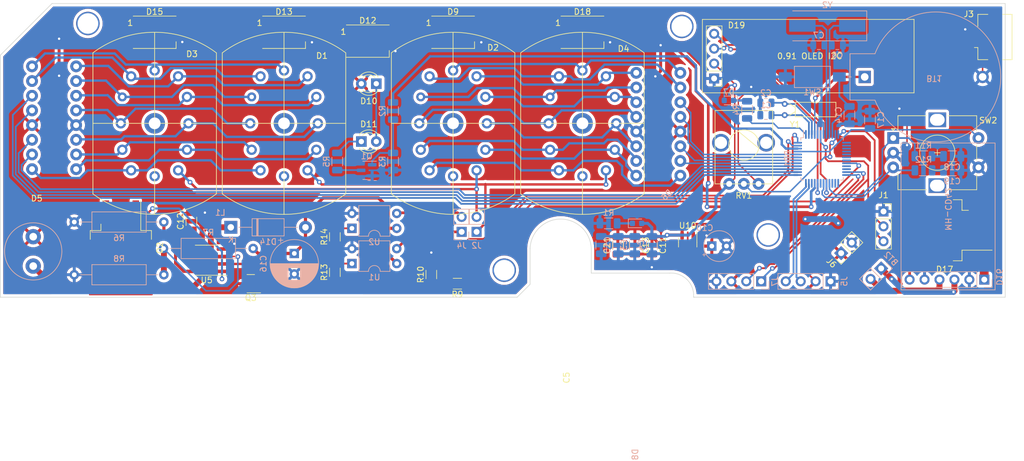
<source format=kicad_pcb>
(kicad_pcb (version 20211014) (generator pcbnew)
  (layers (0 "F.Cu" signal) (31 "B.Cu" signal) (34 "B.Paste" user) (35 "F.Paste" user) (36 "B.SilkS" user "B.Silkscreen") (37 "F.SilkS" user "F.Silkscreen") (38 "B.Mask" user) (39 "F.Mask" user) (44 "Edge.Cuts" user))
  (net 0 "")
  (net 1 "/RCC_OSC32_IN")
  (net 2 "/RCC_OSC32_OUT")
  (net 3 "/RCC_OSC8MGH_OUT")
  (net 4 "/RCC_OSC8MGH_IN")
  (net 5 "/SW_Encoder")
  (net 6 "Net-(D12-Pad4)")
  (net 7 "Net-(D10-Pad1)")
  (net 8 "/D2_X1")
  (net 9 "Net-(D12-Pad2)")
  (net 10 "Net-(D13-Pad2)")
  (net 12 "Net-(C18-Pad1)")
  (net 13 "Net-(C19-Pad1)")
  (net 14 "/D2_X4")
  (net 15 "Net-(D18-Pad2)")
  (net 16 "/D2_X2")
  (net 17 "/D2_X3")
  (net 18 "/D1_X1")
  (net 19 "/D1_X4")
  (net 20 "/D1_X2")
  (net 21 "/D1_X3")
  (net 22 "Net-(D1-Pad1)")
  (net 23 "/VBAT")
  (net 24 "/LED_FRONT_PWM")
  (net 25 "GNDD")
  (net 26 "Net-(BT2-Pad1)")
  (net 27 "Net-(BT2-Pad2)")
  (net 28 "/LED_C13")
  (net 29 "+3.3V")
  (net 30 "+5V")
  (net 31 "Net-(C12-Pad1)")
  (net 32 "/NRST")
  (net 33 "HT")
  (net 34 "/ADC_IN1")
  (net 35 "/ADC_IN2")
  (net 37 "/HVT")
  (net 38 "/BTN_1")
  (net 39 "/BTN_2")
  (net 40 "/CLK_Encoder")
  (net 41 "/I2C_SCL")
  (net 42 "/DT_Encoder")
  (net 43 "/I2C_SDA")
  (net 44 "/PWM_WS2812B")
  (net 46 "/SYS_SWDIO")
  (net 47 "/SYS_SWCLK")
  (net 48 "Net-(D7-Pad1)")
  (net 49 "Net-(D8-Pad1)")
  (net 50 "/5V_BAT")
  (net 51 "/5V_USB")
  (net 52 "Net-(J4-Pad1)")
  (net 53 "Net-(J4-Pad2)")
  (net 54 "/PWM1")
  (net 55 "Net-(Q3-Pad1)")
  (net 56 "/VCC1")
  (net 57 "Net-(R13-Pad2)")
  (net 58 "Net-(R14-Pad2)")
  (net 61 "/LP2")
  (net 62 "/LP1")
  (net 66 "Net-(Q1-Pad1)")
  (net 67 "Net-(Q2-Pad3)")
  (net 68 "Net-(D2-Pad4)")
  (net 70 "Net-(R7-Pad2)")
  (net 71 "Net-(D2-Pad5)")
  (net 76 "Net-(D2-Pad8)")
  (net 78 "Net-(D2-Pad9)")
  (net 80 "Net-(D2-Pad10)")
  (net 83 "Net-(D3-Pad1)")
  (net 84 "Net-(D11-Pad1)")
  (net 85 "Net-(D14-Pad1)")
  (net 86 "Net-(Q1-Pad3)")
  (net 94 "Net-(D5-Pad9)")
  (net 95 "Net-(D5-Pad11)")
  (net 96 "Net-(D5-Pad14)")
  (net 97 "Net-(D5-Pad16)")
  (net 98 "Net-(D5-Pad1)")
  (net 99 "Net-(D5-Pad2)")
  (net 100 "Net-(D5-Pad15)")
  (net 101 "Net-(D5-Pad13)")
  (net 102 "Net-(D5-Pad10)")
  (net 103 "Net-(D5-Pad8)")
  (net 104 "Net-(D6-Pad9)")
  (net 105 "Net-(D4-Pad3)")
  (net 106 "Net-(D6-Pad1)")
  (net 107 "Net-(D6-Pad2)")
  (net 108 "Net-(D6-Pad8)")
  (footprint "ИН12А:ИН12А" (layer "F.Cu") (at 110.76 39.988748)
    (fp_text reference "D3")
    (fp_text value "ИН-12А")
  )
  (footprint "Package_TO_SOT_SMD:TO-263-2" (layer "F.Cu") (at 105.01 61.188748 -90)
    (fp_text reference "Q2")
    (fp_text value "IRF740")
  )
  (footprint "ИН12А:ИН12А" (layer "F.Cu") (at 161.51 39.988748)
    (fp_text reference "D2")
    (fp_text value "ИН-12А")
  )
  (footprint "ИН12А:ИН12А" (layer "F.Cu") (at 183.51 39.988748)
    (fp_text reference "D4")
    (fp_text value "ИН-12А")
  )
  (footprint "Capacitor_SMD:C_1206_3216Metric" (layer "F.Cu") (at 192.435 60.763749 -90)
    (fp_text reference "C13")
    (fp_text value "1uF")
  )
  (footprint "Rotary_Encoder:RotaryEncoder_Alps_EC12E-Switch_Vertical_H20mm" (layer "F.Cu") (at 236.36 42.488748)
    (fp_text reference "SW2")
    (fp_text value "~")
  )
  (footprint "Connector_PinSocket_2.54mm:PinSocket_1x03_P2.54mm_Vertical" (layer "F.Cu") (at 234.71 54.988748)
    (fp_text reference "J1")
    (fp_text value "~")
  )
  (footprint "Package_SO:SO-8_3.9x4.9mm_P1.27mm" (layer "F.Cu") (at 119.61 63.288748 180)
    (fp_text reference "U5")
    (fp_text value "MAX1771xSA")
  )
  (footprint "LED_SMD:LED_WS2812B_PLCC4_5.0x5.0mm_P3.2mm" (layer "F.Cu") (at 147.01 25.988748)
    (fp_text reference "D12")
    (fp_text value "~")
  )
  (footprint "Package_TO_SOT_SMD:SOT-23" (layer "F.Cu") (at 127.11 67.288748 180)
    (fp_text reference "Q3")
    (fp_text value "2N7002")
  )
  (footprint "Connector_PinHeader_2.54mm:PinHeader_1x02_P2.54mm_Vertical" (layer "F.Cu") (at 227.51 62.088748 135)
    (fp_text reference "J6")
    (fp_text value "~")
  )
  (footprint "Resistor_SMD:R_1206_3216Metric" (layer "F.Cu") (at 141.41 59.313748 90)
    (fp_text reference "R14")
    (fp_text value "36R")
  )
  (footprint "Connector_USB:USB_Micro-B_Amphenol_10104110_Horizontal" (layer "F.Cu") (at 252.41 25.288748 90)
    (fp_text reference "J3")
    (fp_text value "USB_B_Micro")
  )
  (footprint "Package_TO_SOT_SMD:SOT-23-3" (layer "F.Cu") (at 201.41 60.251249 -90)
    (fp_text reference "U10")
    (fp_text value "XC6206PxxxMR")
  )
  (footprint "LED_THT:LED_D3.0mm" (layer "F.Cu") (at 145.91 43.088748)
    (fp_text reference "D11")
    (fp_text value "~")
  )
  (footprint "Package_TO_SOT_SMD:TO-263-2" (layer "F.Cu") (at 245.11 58.188748 180)
    (fp_text reference "D17")
    (fp_text value "16CTQ100")
  )
  (footprint "LED_SMD:LED_WS2812B_PLCC4_5.0x5.0mm_P3.2mm" (layer "F.Cu") (at 161.51 24.488748)
    (fp_text reference "D9")
    (fp_text value "~")
  )
  (footprint "Capacitor_SMD:C_1206_3216Metric" (layer "F.Cu") (at 195.335 60.763748 -90)
    (fp_text reference "C11")
    (fp_text value "~")
  )
  (footprint "ИН12А:0.91OLED" (layer "F.Cu") (at 199.905 40.293748)
    (fp_text reference "D19")
    (fp_text value "0.91_OLED")
  )
  (footprint "ИН12А:ИН12А" (layer "F.Cu") (at 132.76 39.988748)
    (fp_text reference "D1")
    (fp_text value "ИН-12А")
  )
  (footprint "LED_SMD:LED_WS2812B_PLCC4_5.0x5.0mm_P3.2mm" (layer "F.Cu") (at 183.51 24.488748)
    (fp_text reference "D18")
    (fp_text value "~")
  )
  (footprint "ИН12А:К155ИД1" (layer "F.Cu") (at 92.41 57.788748)
    (fp_text reference "D5")
    (fp_text value "К155_ИД1")
  )
  (footprint "Resistor_SMD:R_1206_3216Metric" (layer "F.Cu") (at 157.81 65.726248 90)
    (fp_text reference "R10")
    (fp_text value "100k")
  )
  (footprint "LED_THT:LED_D3.0mm" (layer "F.Cu") (at 148.45 33.238748 180)
    (fp_text reference "D10")
    (fp_text value "~")
  )
  (footprint "Capacitor_SMD:C_1206_3216Metric" (layer "F.Cu") (at 117.01 56.663748 90)
    (fp_text reference "C12")
    (fp_text value "~")
  )
  (footprint "LED_SMD:LED_WS2812B_PLCC4_5.0x5.0mm_P3.2mm" (layer "F.Cu") (at 132.76 24.488748)
    (fp_text reference "D13")
    (fp_text value "~")
  )
  (footprint "LED_SMD:LED_WS2812B_PLCC4_5.0x5.0mm_P3.2mm" (layer "F.Cu") (at 110.76 24.488748)
    (fp_text reference "D15")
    (fp_text value "WS2812B")
  )
  (footprint "Crystal:Crystal_C26-LF_D2.1mm_L6.5mm_Horizontal" (layer "F.Cu") (at 217.91 38.588748 90)
    (fp_text reference "Y1")
    (fp_text value "~")
  )
  (footprint "Capacitor_SMD:C_1206_3216Metric" (layer "F.Cu") (at 189.535 60.788748 90)
    (fp_text reference "C21")
    (fp_text value "~")
  )
  (footprint "Resistor_SMD:R_1206_3216Metric" (layer "F.Cu") (at 162.2475 67.288748 180)
    (fp_text reference "R9")
    (fp_text value "22 Omh")
  )
  (footprint "ИН12А:res" (layer "F.Cu") (at 210.96 52.793748)
    (fp_text reference "RV1")
    (fp_text value "~")
  )
  (footprint "Resistor_SMD:R_1206_3216Metric" (layer "F.Cu") (at 141.41 65.351248 90)
    (fp_text reference "R13")
    (fp_text value "36R")
  )
  (footprint "Capacitor_SMD:C_1206_3216Metric" (layer "B.Cu") (at 246.385 45.588748)
    (fp_text reference "C18")
    (fp_text value "~")
  )
  (footprint "Connector_PinHeader_2.54mm:PinHeader_1x04_P2.54mm_Vertical" (layer "B.Cu") (at 213.91 66.888748 90)
    (fp_text reference "J7")
    (fp_text value "~")
  )
  (footprint "Connector_PinHeader_2.54mm:PinHeader_1x02_P2.54mm_Vertical" (layer "B.Cu") (at 234.31 64.688748 135)
    (fp_text reference "BT2")
    (fp_text value "Battery_Cell")
  )
  (footprint "Capacitor_SMD:C_1206_3216Metric" (layer "B.Cu") (at 228.91 38.588748 -90)
    (fp_text reference "C14")
    (fp_text value "100 pF")
  )
  (footprint "Capacitor_THT:CP_Radial_D8.0mm_P3.50mm" (layer "B.Cu") (at 134.51 62.136097 -90)
    (fp_text reference "C16")
    (fp_text value "22 uF")
  )
  (footprint "Resistor_THT:R_Axial_DIN0309_L9.0mm_D3.2mm_P15.24mm_Horizontal" (layer "B.Cu") (at 127.51 61.288748 180)
    (fp_text reference "R7")
    (fp_text value "33kR")
  )
  (footprint "Resistor_SMD:R_1206_3216Metric" (layer "B.Cu") (at 211.51 37.688748 -90)
    (fp_text reference "R4")
    (fp_text value "510R")
  )
  (footprint "Resistor_SMD:R_1206_3216Metric" (layer "B.Cu") (at 187.9475 57.013749 180)
    (fp_text reference "R1")
    (fp_text value "510R")
  )
  (footprint "Capacitor_SMD:C_1206_3216Metric" (layer "B.Cu") (at 189.610001 60.713749 -90)
    (fp_text reference "C15")
    (fp_text value "1uF")
  )
  (footprint "Button_Switch_SMD:SW_SPST_FSMSM" (layer "B.Cu") (at 222.61 32.088748)
    (fp_text reference "SW1")
    (fp_text value "~")
  )
  (footprint "Capacitor_THT:CP_Radial_Tantal_D5.0mm_P2.50mm" (layer "B.Cu") (at 205.51 60.888748)
    (fp_text reference "C10")
    (fp_text value "100 uF")
  )
  (footprint "Capacitor_SMD:C_0805_2012Metric" (layer "B.Cu") (at 223.71 26.688748 180)
    (fp_text reference "C7")
    (fp_text value "~")
  )
  (footprint "Resistor_SMD:R_1206_3216Metric" (layer "B.Cu") (at 241.51 47.988748 180)
    (fp_text reference "R12")
    (fp_text value "10кОм")
  )
  (footprint "Capacitor_SMD:C_1206_3216Metric" (layer "B.Cu") (at 246.385 47.988748)
    (fp_text reference "C19")
    (fp_text value "100 nF")
  )
  (footprint "Resistor_SMD:R_1206_3216Metric" (layer "B.Cu") (at 151.31 37.888748 -90)
    (fp_text reference "R2")
    (fp_text value "22 Omh")
  )
  (footprint "Resistor_THT:R_Axial_DIN0309_L9.0mm_D3.2mm_P15.24mm_Horizontal" (layer "B.Cu") (at 112.329999 65.763748 180)
    (fp_text reference "R8")
    (fp_text value "33kR")
  )
  (footprint "Connector_PinHeader_2.54mm:PinHeader_1x04_P2.54mm_Vertical" (layer "B.Cu") (at 225.71 66.888748 90)
    (fp_text reference "J5")
    (fp_text value "~")
  )
  (footprint "Diode_THT:D_DO-41_SOD81_P12.70mm_Horizontal" (layer "B.Cu") (at 123.71 57.688748)
    (fp_text reference "D14")
    (fp_text value "~")
  )
  (footprint "Connector_PinHeader_2.54mm:PinHeader_1x02_P2.54mm_Vertical" (layer "B.Cu") (at 162.969997 58.46375)
    (fp_text reference "J4")
    (fp_text value "~")
  )
  (footprint "LED_SMD:LED_0603_1608Metric" (layer "B.Cu") (at 192.7975 57.013749)
    (fp_text reference "D8")
    (fp_text value "~")
  )
  (footprint "LED_SMD:LED_0603_1608Metric" (layer "B.Cu") (at 208.41 36.088748 180)
    (fp_text reference "D7")
    (fp_text value "~")
  )
  (footprint "Resistor_THT:R_Axial_DIN0309_L9.0mm_D3.2mm_P15.24mm_Horizontal" (layer "B.Cu") (at 97.089998 56.788745)
    (fp_text reference "R6")
    (fp_text value "0.05R")
  )
  (footprint "Capacitor_SMD:C_1206_3216Metric" (layer "B.Cu") (at 186.710001 60.713749 -90)
    (fp_text reference "C5")
    (fp_text value "4.7uF")
  )
  (footprint "ИН12А:BAT" (layer "B.Cu") (at 243.311881 32.038746)
    (fp_text reference "BT1")
    (fp_text value "Battery_Cell")
  )
  (footprint "Resistor_SMD:R_1206_3216Metric" (layer "B.Cu") (at 241.492738 45.588748 180)
    (fp_text reference "R11")
    (fp_text value "10кОм")
  )
  (footprint "Package_TO_SOT_SMD:SOT-23" (layer "B.Cu") (at 146.81 47.988748 180)
    (fp_text reference "Q1")
    (fp_text value "2N7002")
  )
  (footprint "ИН12А:К155ИД1" (layer "B.Cu") (at 197.66 58.888748 180)
    (fp_text reference "D6")
    (fp_text value "К155_ИД1")
  )
  (footprint "ИН12А:MH" (layer "B.Cu") (at 237.44 66.588748 90)
    (fp_text reference "D16")
    (fp_text value "MH-CD42")
  )
  (footprint "Resistor_SMD:R_1206_3216Metric" (layer "B.Cu") (at 141.81 46.488748 -90)
    (fp_text reference "R5")
    (fp_text value "43R")
  )
  (footprint "Capacitor_SMD:C_1206_3216Metric" (layer "B.Cu") (at 192.41 60.713748 -90)
    (fp_text reference "C3")
    (fp_text value "0.1uF")
  )
  (footprint "Resistor_SMD:R_1206_3216Metric" (layer "B.Cu") (at 151.31 46.488748 -90)
    (fp_text reference "R3")
    (fp_text value "100k")
  )
  (footprint "Capacitor_SMD:C_0805_2012Metric" (layer "B.Cu") (at 226.86 26.688748)
    (fp_text reference "C6")
    (fp_text value "~")
  )
  (footprint "Package_DIP:DIP-4_W7.62mm" (layer "B.Cu") (at 144.31 57.863748)
    (fp_text reference "U2")
    (fp_text value "TLP627")
  )
  (footprint "Capacitor_SMD:C_1206_3216Metric" (layer "B.Cu") (at 232.41 39.388748 90)
    (fp_text reference "C17")
    (fp_text value "100 pF")
  )
  (footprint "Package_DIP:DIP-4_W7.62mm" (layer "B.Cu") (at 144.310001 63.863748)
    (fp_text reference "U1")
    (fp_text value "TLP627")
  )
  (footprint "Capacitor_SMD:C_0805_2012Metric" (layer "B.Cu") (at 214.71 36.488748 180)
    (fp_text reference "C2")
    (fp_text value "~")
  )
  (footprint "Inductor_THT:L_Radial_D9.5mm_P5.00mm_Fastron_07HVP" (layer "B.Cu") (at 90.11 59.288748 -90)
    (fp_text reference "L1")
    (fp_text value "100mH")
  )
  (footprint "Crystal:Crystal_SMD_HC49-SD" (layer "B.Cu") (at 225.16 23.388748 180)
    (fp_text reference "Y2")
    (fp_text value "~")
  )
  (footprint "Capacitor_SMD:C_1206_3216Metric" (layer "B.Cu") (at 195.31 60.713749 -90)
    (fp_text reference "C4")
    (fp_text value "0.1uF")
  )
  (footprint "Capacitor_SMD:C_0805_2012Metric" (layer "B.Cu") (at 214.71 38.588748 180)
    (fp_text reference "C1")
    (fp_text value "~")
  )
  (footprint "Connector_PinHeader_2.54mm:PinHeader_1x02_P2.54mm_Vertical" (layer "B.Cu") (at 165.51 58.463748)
    (fp_text reference "J2")
    (fp_text value "~")
  )
  (footprint "Package_QFP:LQFP-48_7x7mm_P0.5mm" (layer "B.Cu") (at 224.26 46.038748 -90)
    (fp_text reference "DD1")
    (fp_text value "STM32G030C6T6")
  )
  (gr_line (start 174.61 61.288748) (end 174.61 67.388748) (layer "Edge.Cuts") (width 0.1))
  (gr_line (start 172.41 69.588748) (end 84.51 69.588748) (layer "Edge.Cuts") (width 0.1))
  (gr_line (start 84.51 28.388748) (end 84.51 69.588748) (layer "Edge.Cuts") (width 0.1))
  (gr_line (start 255.41 69.588748) (end 255.41 19.588748) (layer "Edge.Cuts") (width 0.1))
  (gr_arc (start 174.61 61.288748) (mid 179.81 56.288238) (end 185.01 61.288748) (layer "Edge.Cuts") (width 0.1))
  (gr_line (start 198.31 65.488748) (end 185.01 65.488748) (layer "Edge.Cuts") (width 0.1))
  (gr_line (start 185.01 65.488748) (end 185.01 61.288748) (layer "Edge.Cuts") (width 0.1))
  (gr_line (start 202.51 69.588748) (end 202.41 69.588748) (layer "Edge.Cuts") (width 0.1))
  (gr_line (start 93.31 19.588748) (end 84.51 28.388748) (layer "Edge.Cuts") (width 0.1))
  (gr_line (start 255.41 69.588748) (end 202.51 69.588748) (layer "Edge.Cuts") (width 0.1))
  (gr_arc (start 198.31 65.488748) (mid 201.304433 66.594315) (end 202.41 69.588748) (layer "Edge.Cuts") (width 0.1))
  (gr_line (start 174.61 67.388748) (end 172.41 69.588748) (layer "Edge.Cuts") (width 0.1))
  (gr_line (start 93.31 19.588748) (end 255.41 19.588748) (layer "Edge.Cuts") (width 0.1))
  (via (at 99.41 22.988748) (size 4) (drill 3.5) (layers "F.Cu" "B.Cu") (net 0))
  (via (at 200.41 23.488748) (size 4) (drill 3.5) (layers "F.Cu" "B.Cu") (net 0))
  (via (at 170.21 64.988748) (size 4) (drill 3.5) (layers "F.Cu" "B.Cu") (net 0))
  (via (at 215.11 58.988748) (size 4) (drill 3.5) (layers "F.Cu" "B.Cu") (net 0))
  (segment (start 222.0225 39.808354) (end 222.0225 41.876248) (width 0.3) (layer "B.Cu") (net 1))
  (segment (start 220.802894 38.588748) (end 222.0225 39.808354) (width 0.3) (layer "B.Cu") (net 1))
  (segment (start 217.91 38.588748) (end 220.802894 38.588748) (width 0.3) (layer "B.Cu") (net 1))
  (segment (start 215.76 38.588748) (end 215.66 38.688748) (width 0.3) (layer "B.Cu") (net 1))
  (segment (start 217.91 38.588748) (end 215.76 38.588748) (width 0.3) (layer "B.Cu") (net 1))
  (segment (start 217.91 36.688748) (end 219.61 36.688748) (width 0.3) (layer "B.Cu") (net 2))
  (segment (start 222.5225 39.601248) (end 222.5225 41.876248) (width 0.3) (layer "B.Cu") (net 2))
  (segment (start 217.91 36.688748) (end 217.71 36.488748) (width 0.3) (layer "B.Cu") (net 2))
  (segment (start 217.71 36.488748) (end 215.66 36.488748) (width 0.3) (layer "B.Cu") (net 2))
  (segment (start 219.61 36.688748) (end 222.5225 39.601248) (width 0.3) (layer "B.Cu") (net 2))
  (segment (start 225.5225 24.076248) (end 225.5225 41.876248) (width 0.3) (layer "B.Cu") (net 3))
  (segment (start 228.76 23.388748) (end 226.21 23.388748) (width 0.3) (layer "B.Cu") (net 3))
  (segment (start 226.21 23.388748) (end 225.5225 24.076248) (width 0.3) (layer "B.Cu") (net 3))
  (segment (start 224.31 23.388748) (end 225.0225 24.101248) (width 0.3) (layer "B.Cu") (net 4))
  (segment (start 220.26 23.388748) (end 224.31 23.388748) (width 0.3) (layer "B.Cu") (net 4))
  (segment (start 225.0225 24.101248) (end 225.0225 41.876248) (width 0.3) (layer "B.Cu") (net 4))
  (segment (start 220.11 44.788748) (end 225.520908 44.788748) (width 0.25) (layer "B.Cu") (net 5))
  (segment (start 249.46 41.088748) (end 250.86 42.488748) (width 0.25) (layer "B.Cu") (net 5))
  (segment (start 229.220908 41.088748) (end 249.46 41.088748) (width 0.25) (layer "B.Cu") (net 5))
  (segment (start 225.520908 44.788748) (end 229.220908 41.088748) (width 0.25) (layer "B.Cu") (net 5))
  (segment (start 155.56 26.138748) (end 159.06 26.138748) (width 0.3) (layer "F.Cu") (net 6))
  (segment (start 149.46 24.338748) (end 153.76 24.338748) (width 0.3) (layer "F.Cu") (net 6))
  (segment (start 153.76 24.338748) (end 155.56 26.138748) (width 0.3) (layer "F.Cu") (net 6))
  (segment (start 148.45 33.238748) (end 148.45 43.088748) (width 0.3) (layer "B.Cu") (net 7))
  (segment (start 199.43132 53.688748) (end 204.331318 48.788748) (width 0.3) (layer "B.Cu") (net 8))
  (segment (start 204.331318 48.788748) (end 220.11 48.788748) (width 0.3) (layer "B.Cu") (net 8))
  (segment (start 86.635 38.563748) (end 86.635 48.867605) (width 0.3) (layer "B.Cu") (net 8))
  (segment (start 90.456143 52.688748) (end 161.888681 52.688748) (width 0.3) (layer "B.Cu") (net 8))
  (segment (start 162.888679 53.688748) (end 199.43132 53.688748) (width 0.3) (layer "B.Cu") (net 8))
  (segment (start 89.91 35.288748) (end 86.635 38.563748) (width 0.3) (layer "B.Cu") (net 8))
  (segment (start 161.888681 52.688748) (end 162.888679 53.688748) (width 0.3) (layer "B.Cu") (net 8))
  (segment (start 86.635 48.867605) (end 90.456143 52.688748) (width 0.3) (layer "B.Cu") (net 8))
  (segment (start 142.16 27.638748) (end 144.56 27.638748) (width 0.3) (layer "F.Cu") (net 9))
  (segment (start 137.36 22.838748) (end 142.16 27.638748) (width 0.3) (layer "F.Cu") (net 9))
  (segment (start 135.21 22.838748) (end 137.36 22.838748) (width 0.3) (layer "F.Cu") (net 9))
  (segment (start 113.21 22.838748) (end 120.56 22.838748) (width 0.3) (layer "F.Cu") (net 10))
  (segment (start 123.86 26.138748) (end 130.31 26.138748) (width 0.3) (layer "F.Cu") (net 10))
  (segment (start 120.56 22.838748) (end 123.86 26.138748) (width 0.3) (layer "F.Cu") (net 10))
  (segment (start 242.932619 45.588748) (end 244.91 45.588748) (width 0.5) (layer "B.Cu") (net 12))
  (segment (start 243.14125 48.088748) (end 243.24125 47.988748) (width 0.5) (layer "B.Cu") (net 13))
  (segment (start 244.77875 47.988748) (end 244.87875 48.088748) (width 0.5) (layer "B.Cu") (net 13))
  (segment (start 243.24125 47.988748) (end 244.77875 47.988748) (width 0.5) (layer "B.Cu") (net 13))
  (segment (start 242.9725 47.988748) (end 243.0725 48.088748) (width 0.5) (layer "B.Cu") (net 13))
  (segment (start 244.81 48.088748) (end 244.91 47.988748) (width 0.5) (layer "B.Cu") (net 13))
  (segment (start 203.71 47.288748) (end 220.31 47.288748) (width 0.3) (layer "B.Cu") (net 14))
  (segment (start 88.135 47.063748) (end 88.135 47.988748) (width 0.3) (layer "B.Cu") (net 14))
  (segment (start 162.51 51.188748) (end 163.51 52.188748) (width 0.3) (layer "B.Cu") (net 14))
  (segment (start 88.135 47.988748) (end 91.335 51.188748) (width 0.3) (layer "B.Cu") (net 14))
  (segment (start 89.91 45.288748) (end 88.135 47.063748) (width 0.3) (layer "B.Cu") (net 14))
  (segment (start 91.335 51.188748) (end 162.51 51.188748) (width 0.3) (layer "B.Cu") (net 14))
  (segment (start 198.81 52.188748) (end 203.71 47.288748) (width 0.3) (layer "B.Cu") (net 14))
  (segment (start 163.51 52.188748) (end 198.81 52.188748) (width 0.3) (layer "B.Cu") (net 14))
  (segment (start 171.06 22.838748) (end 174.36 26.138748) (width 0.3) (layer "F.Cu") (net 15))
  (segment (start 163.96 22.838748) (end 171.06 22.838748) (width 0.3) (layer "F.Cu") (net 15))
  (segment (start 174.36 26.138748) (end 181.06 26.138748) (width 0.3) (layer "F.Cu") (net 15))
  (segment (start 163.095786 53.188748) (end 199.224214 53.188748) (width 0.3) (layer "B.Cu") (net 16))
  (segment (start 199.224214 53.188748) (end 204.124212 48.288748) (width 0.3) (layer "B.Cu") (net 16))
  (segment (start 87.135 40.563748) (end 87.135 48.660499) (width 0.3) (layer "B.Cu") (net 16))
  (segment (start 90.663249 52.188748) (end 162.095788 52.188748) (width 0.3) (layer "B.Cu") (net 16))
  (segment (start 162.095788 52.188748) (end 163.095786 53.188748) (width 0.3) (layer "B.Cu") (net 16))
  (segment (start 89.91 37.788748) (end 87.135 40.563748) (width 0.3) (layer "B.Cu") (net 16))
  (segment (start 204.124212 48.288748) (end 220.11 48.288748) (width 0.3) (layer "B.Cu") (net 16))
  (segment (start 87.135 48.660499) (end 90.663249 52.188748) (width 0.3) (layer "B.Cu") (net 16))
  (segment (start 87.635 45.063748) (end 87.635 48.313748) (width 0.3) (layer "B.Cu") (net 17))
  (segment (start 162.302894 51.688748) (end 163.302893 52.688748) (width 0.3) (layer "B.Cu") (net 17))
  (segment (start 89.91 42.788748) (end 87.635 45.063748) (width 0.3) (layer "B.Cu") (net 17))
  (segment (start 91.01 51.688748) (end 162.302894 51.688748) (width 0.3) (layer "B.Cu") (net 17))
  (segment (start 203.917106 47.788748) (end 220.31 47.788748) (width 0.3) (layer "B.Cu") (net 17))
  (segment (start 87.635 48.313748) (end 91.01 51.688748) (width 0.3) (layer "B.Cu") (net 17))
  (segment (start 199.017107 52.688748) (end 203.917106 47.788748) (width 0.3) (layer "B.Cu") (net 17))
  (segment (start 163.302893 52.688748) (end 199.017107 52.688748) (width 0.3) (layer "B.Cu") (net 17))
  (segment (start 200.56 46.788748) (end 220.21 46.788748) (width 0.25) (layer "B.Cu") (net 18))
  (segment (start 200.16 46.388748) (end 200.56 46.788748) (width 0.25) (layer "B.Cu") (net 18))
  (segment (start 201.935 43.077352) (end 204.146396 45.288748) (width 0.25) (layer "B.Cu") (net 19))
  (segment (start 204.146396 45.288748) (end 220.21 45.288748) (width 0.25) (layer "B.Cu") (net 19))
  (segment (start 200.16 36.388748) (end 201.935 38.163748) (width 0.25) (layer "B.Cu") (net 19))
  (segment (start 201.935 38.163748) (end 201.935 43.077352) (width 0.25) (layer "B.Cu") (net 19))
  (segment (start 200.16 43.888748) (end 202.56 46.288748) (width 0.25) (layer "B.Cu") (net 20))
  (segment (start 202.56 46.288748) (end 220.21 46.288748) (width 0.25) (layer "B.Cu") (net 20))
  (segment (start 200.16 38.888748) (end 201.485 40.213748) (width 0.25) (layer "B.Cu") (net 21))
  (segment (start 204.01 45.788748) (end 220.21 45.788748) (width 0.25) (layer "B.Cu") (net 21))
  (segment (start 201.485 40.213748) (end 201.485 43.263748) (width 0.25) (layer "B.Cu") (net 21))
  (segment (start 201.485 43.263748) (end 204.01 45.788748) (width 0.25) (layer "B.Cu") (net 21))
  (segment (start 139.16 50.388748) (end 187.51 50.388748) (width 0.4) (layer "F.Cu") (net 22))
  (segment (start 167.01 56.963748) (end 165.51 58.463748) (width 0.4) (layer "F.Cu") (net 22))
  (segment (start 139.16 50.388748) (end 138.76 49.988748) (width 0.4) (layer "F.Cu") (net 22))
  (segment (start 167.01 50.323753) (end 167.01 56.963748) (width 0.4) (layer "F.Cu") (net 22))
  (via (at 187.51 50.388748) (size 0.8) (drill 0.4) (layers "F.Cu" "B.Cu") (net 22))
  (via (at 138.76 49.988748) (size 0.8) (drill 0.4) (layers "F.Cu" "B.Cu") (net 22))
  (segment (start 138.76 49.988748) (end 136.76 47.988748) (width 0.4) (layer "B.Cu") (net 22))
  (segment (start 187.51 47.988748) (end 187.51 50.388748) (width 0.4) (layer "B.Cu") (net 22))
  (segment (start 226.710002 32.088746) (end 231.511881 32.088746) (width 0.4) (layer "F.Cu") (net 23))
  (segment (start 223.11 35.688748) (end 226.710002 32.088746) (width 0.4) (layer "F.Cu") (net 23))
  (via (at 223.11 35.688748) (size 0.8) (drill 0.4) (layers "F.Cu" "B.Cu") (net 23))
  (segment (start 223.11 35.688748) (end 223.0225 35.776248) (width 0.25) (layer "B.Cu") (net 23))
  (segment (start 223.0225 35.776248) (end 223.0225 41.876248) (width 0.25) (layer "B.Cu") (net 23))
  (segment (start 202.81 34.388748) (end 209.31 40.888748) (width 0.4) (layer "B.Cu") (net 24))
  (segment (start 217.41 42.788748) (end 217.41 43.588748) (width 0.4) (layer "B.Cu") (net 24))
  (segment (start 202.81 30.088748) (end 202.81 34.388748) (width 0.4) (layer "B.Cu") (net 24))
  (segment (start 209.31 40.888748) (end 215.51 40.888748) (width 0.4) (layer "B.Cu") (net 24))
  (segment (start 201.31 28.588748) (end 202.81 30.088748) (width 0.4) (layer "B.Cu") (net 24))
  (segment (start 215.51 40.888748) (end 217.41 42.788748) (width 0.4) (layer "B.Cu") (net 24))
  (segment (start 218.11 44.288748) (end 218.21 44.288748) (width 0.4) (layer "B.Cu") (net 24))
  (segment (start 151.31 34.888748) (end 157.61 28.588748) (width 0.4) (layer "B.Cu") (net 24))
  (segment (start 220.0975 44.288748) (end 218.21 44.288748) (width 0.4) (layer "B.Cu") (net 24))
  (segment (start 157.61 28.588748) (end 201.31 28.588748) (width 0.4) (layer "B.Cu") (net 24))
  (segment (start 151.31 36.426248) (end 151.31 34.888748) (width 0.4) (layer "B.Cu") (net 24))
  (segment (start 217.41 43.588748) (end 218.11 44.288748) (width 0.4) (layer "B.Cu") (net 24))
  (segment (start 157.81 61.988748) (end 157.810001 64.238749) (width 0.25) (layer "F.Cu") (net 25))
  (segment (start 124.31 60.488748) (end 122.231271 61.349787) (width 0.25) (layer "F.Cu") (net 25))
  (segment (start 117.035 62.653748) (end 115.875 62.653748) (width 0.25) (layer "F.Cu") (net 25))
  (segment (start 119.31 55.188748) (end 117.06 55.188748) (width 0.25) (layer "F.Cu") (net 25))
  (segment (start 115.91 55.188748) (end 117.01 55.188748) (width 0.25) (layer "F.Cu") (net 25))
  (segment (start 251.561881 29.636867) (end 251.561881 32.088746) (width 0.25) (layer "F.Cu") (net 25))
  (segment (start 195.335 62.238748) (end 189.56 62.238748) (width 0.5) (layer "F.Cu") (net 25))
  (segment (start 117.035 63.923748) (end 117.035 62.653748) (width 0.25) (layer "F.Cu") (net 25))
  (segment (start 238.71 43.688748) (end 238.71 38.788748) (width 0.25) (layer "F.Cu") (net 25))
  (segment (start 250.86 23.988748) (end 253.56 23.988748) (width 0.25) (layer "F.Cu") (net 25))
  (segment (start 196.81 31.088748) (end 195.91 31.988748) (width 0.5) (layer "F.Cu") (net 25))
  (segment (start 248.61 23.988748) (end 250.860001 23.988747) (width 0.4) (layer "F.Cu") (net 25))
  (segment (start 115.46 26.138748) (end 113.21 26.138748) (width 0.25) (layer "F.Cu") (net 25))
  (segment (start 213.46 50.293748) (end 210.01 46.843748) (width 0.25) (layer "F.Cu") (net 25))
  (segment (start 210.01 46.843748) (end 210.01 35.988748) (width 0.25) (layer "F.Cu") (net 25))
  (segment (start 253.56 23.988748) (end 253.71 24.138748) (width 0.25) (layer "F.Cu") (net 25))
  (segment (start 115.875 62.653748) (end 115.31 62.088748) (width 0.25) (layer "F.Cu") (net 25))
  (segment (start 151.71 27.688748) (end 149.46 27.688748) (width 0.25) (layer "F.Cu") (net 25))
  (segment (start 166.31 26.188748) (end 164.06 26.188748) (width 0.25) (layer "F.Cu") (net 25))
  (segment (start 188.21 26.188748) (end 185.96 26.188748) (width 0.25) (layer "F.Cu") (net 25))
  (segment (start 238.71 38.788748) (end 237.41 37.488748) (width 0.25) (layer "F.Cu") (net 25))
  (segment (start 137.51 26.188748) (end 135.26 26.188748) (width 0.25) (layer "F.Cu") (net 25))
  (segment (start 94.51 31.888748) (end 94.51 25.588748) (width 0.5) (layer "F.Cu") (net 25))
  (segment (start 189.56 62.238748) (end 189.535 62.263748) (width 0.25) (layer "F.Cu") (net 25))
  (segment (start 115.31 55.788748) (end 115.91 55.188748) (width 0.25) (layer "F.Cu") (net 25))
  (segment (start 115.31 62.088748) (end 115.31 55.788748) (width 0.25) (layer "F.Cu") (net 25))
  (segment (start 253.71 21.538748) (end 253.71 29.038748) (width 0.25) (layer "F.Cu") (net 25))
  (segment (start 253.71 29.038748) (end 252.16 29.038748) (width 0.25) (layer "F.Cu") (net 25))
  (segment (start 210.01 35.988748) (end 212.21 33.788748) (width 0.25) (layer "F.Cu") (net 25))
  (segment (start 204.61 59.088748) (end 202.36 59.088748) (width 0.25) (layer "F.Cu") (net 25))
  (segment (start 252.16 29.038748) (end 251.561881 29.636867) (width 0.25) (layer "F.Cu") (net 25))
  (segment (start 196.81 26.688748) (end 196.81 31.088748) (width 0.5) (layer "F.Cu") (net 25))
  (segment (start 195.31 64.488748) (end 195.309999 62.238747) (width 0.5) (layer "F.Cu") (net 25))
  (via (at 195.31 64.488748) (size 0.8) (drill 0.4) (layers "F.Cu" "B.Cu") (net 25))
  (via (at 238.71 43.688748) (size 0.8) (drill 0.4) (layers "F.Cu" "B.Cu") (net 25))
  (via (at 94.51 25.588748) (size 0.8) (drill 0.4) (layers "F.Cu" "B.Cu") (net 25))
  (via (at 188.21 26.188748) (size 0.8) (drill 0.4) (layers "F.Cu" "B.Cu") (net 25))
  (via (at 204.61 59.088748) (size 0.8) (drill 0.4) (layers "F.Cu" "B.Cu") (net 25))
  (via (at 94.51 31.888748) (size 0.8) (drill 0.4) (layers "F.Cu" "B.Cu") (net 25))
  (via (at 196.81 26.688748) (size 0.8) (drill 0.4) (layers "F.Cu" "B.Cu") (net 25))
  (via (at 157.81 61.988748) (size 0.8) (drill 0.4) (layers "F.Cu" "B.Cu") (net 25))
  (via (at 119.31 55.188748) (size 0.8) (drill 0.4) (layers "F.Cu" "B.Cu") (net 25))
  (via (at 151.71 27.688748) (size 0.8) (drill 0.4) (layers "F.Cu" "B.Cu") (net 25))
  (via (at 166.31 26.188748) (size 0.8) (drill 0.4) (layers "F.Cu" "B.Cu") (net 25))
  (via (at 195.91 31.988748) (size 0.8) (drill 0.4) (layers "F.Cu" "B.Cu") (net 25))
  (via (at 237.41 37.488748) (size 0.8) (drill 0.4) (layers "F.Cu" "B.Cu") (net 25))
  (via (at 124.31 60.488748) (size 0.8) (drill 0.4) (layers "F.Cu" "B.Cu") (net 25))
  (via (at 115.46 26.138748) (size 0.8) (drill 0.4) (layers "F.Cu" "B.Cu") (net 25))
  (via (at 248.61 23.988748) (size 0.8) (drill 0.4) (layers "F.Cu" "B.Cu") (net 25))
  (via (at 212.21 33.788748) (size 0.8) (drill 0.4) (layers "F.Cu" "B.Cu") (net 25))
  (via (at 137.51 26.188748) (size 0.8) (drill 0.4) (layers "F.Cu" "B.Cu") (net 25))
  (segment (start 213.76 36.488748) (end 213.76 38.588748) (width 0.25) (layer "B.Cu") (net 25))
  (segment (start 236.36 44.988748) (end 237.91 44.988748) (width 0.25) (layer "B.Cu") (net 25))
  (segment (start 224.41 39.788748) (end 224.51 39.888748) (width 0.25) (layer "B.Cu") (net 25))
  (segment (start 223.51 41.876248) (end 223.51 39.888748) (width 0.25) (layer "B.Cu") (net 25))
  (segment (start 238.71 44.188748) (end 238.71 43.688748) (width 0.25) (layer "B.Cu") (net 25))
  (segment (start 237.91 44.988748) (end 238.51 44.388748) (width 0.25) (layer "B.Cu") (net 25))
  (segment (start 150.3225 48.938748) (end 151.31 47.951248) (width 0.25) (layer "B.Cu") (net 25))
  (segment (start 223.61 39.788748) (end 224.41 39.788748) (width 0.25) (layer "B.Cu") (net 25))
  (segment (start 238.51 44.388748) (end 238.71 44.188748) (width 0.25) (layer "B.Cu") (net 25))
  (segment (start 223.51 39.888748) (end 223.61 39.788748) (width 0.25) (layer "B.Cu") (net 25))
  (segment (start 147.7475 48.938748) (end 150.3225 48.938748) (width 0.25) (layer "B.Cu") (net 25))
  (segment (start 224.51 39.888748) (end 224.51 41.876248) (width 0.25) (layer "B.Cu") (net 25))
  (segment (start 246.77 68.528748) (end 246.77 66.588748) (width 1) (layer "F.Cu") (net 26))
  (segment (start 236.11 66.488748) (end 234.31 64.688748) (width 1) (layer "F.Cu") (net 26))
  (segment (start 246.61 68.688748) (end 246.77 68.528748) (width 1) (layer "F.Cu") (net 26))
  (via (at 236.11 66.488748) (size 0.8) (drill 0.4) (layers "F.Cu" "B.Cu") (net 26))
  (via (at 246.61 68.688748) (size 0.8) (drill 0.4) (layers "F.Cu" "B.Cu") (net 26))
  (segment (start 246.61 68.688748) (end 238.31 68.688748) (width 1) (layer "B.Cu") (net 26))
  (segment (start 238.31 68.688748) (end 236.11 66.488748) (width 1) (layer "B.Cu") (net 26))
  (segment (start 234.517898 68.488748) (end 232.513949 66.484799) (width 1) (layer "F.Cu") (net 27))
  (segment (start 244.23 67.968748) (end 243.71 68.488748) (width 1) (layer "F.Cu") (net 27))
  (segment (start 244.23 66.588748) (end 244.23 67.968748) (width 1) (layer "F.Cu") (net 27))
  (segment (start 243.71 68.488748) (end 234.517898 68.488748) (width 1) (layer "F.Cu") (net 27))
  (segment (start 216.81 40.788748) (end 216.01 39.988748) (width 0.25) (layer "B.Cu") (net 28))
  (segment (start 212.3475 39.988748) (end 216.01 39.988748) (width 0.25) (layer "B.Cu") (net 28))
  (segment (start 211.51 39.151248) (end 212.3475 39.988748) (width 0.25) (layer "B.Cu") (net 28))
  (segment (start 220.4225 40.788748) (end 216.81 40.788748) (width 0.25) (layer "B.Cu") (net 28))
  (segment (start 221.51 41.876248) (end 220.4225 40.788748) (width 0.25) (layer "B.Cu") (net 28))
  (segment (start 210.73 68.788748) (end 221.27 68.788748) (width 0.5) (layer "F.Cu") (net 29))
  (segment (start 224.8855 45.352587) (end 224.86 45.378087) (width 0.3) (layer "F.Cu") (net 29))
  (segment (start 208.83 66.888748) (end 210.73 68.788748) (width 0.5) (layer "F.Cu") (net 29))
  (segment (start 220.81 60.788748) (end 220.81 64.528748) (width 0.3) (layer "F.Cu") (net 29))
  (segment (start 200.46 58.238748) (end 201.51 57.188748) (width 0.5) (layer "F.Cu") (net 29))
  (segment (start 209.41 33.318748) (end 209.41 33.488748) (width 0.25) (layer "F.Cu") (net 29))
  (segment (start 225.299339 46.438748) (end 231.36 46.438748) (width 0.3) (layer "F.Cu") (net 29))
  (segment (start 209.41 33.488748) (end 209.41 49.343748) (width 0.25) (layer "F.Cu") (net 29))
  (segment (start 197.91 59.013749) (end 200.36 59.013749) (width 0.5) (layer "F.Cu") (net 29))
  (segment (start 210.41 65.308748) (end 208.83 66.888748) (width 0.5) (layer "F.Cu") (net 29))
  (segment (start 201.51 57.188748) (end 208.71 57.188748) (width 0.5) (layer "F.Cu") (net 29))
  (segment (start 224.86 45.999409) (end 225.299339 46.438748) (width 0.3) (layer "F.Cu") (net 29))
  (segment (start 197.91 59.013749) (end 200.2975 59.013749) (width 0.5) (layer "F.Cu") (net 29))
  (segment (start 232.11 49.488748) (end 220.81 60.788748) (width 0.3) (layer "F.Cu") (net 29))
  (segment (start 224.86 45.378087) (end 224.86 45.999409) (width 0.3) (layer "F.Cu") (net 29))
  (segment (start 205.905 29.813748) (end 209.41 33.318748) (width 0.25) (layer "F.Cu") (net 29))
  (segment (start 232.11 57.468748) (end 234.71 60.068748) (width 0.3) (layer "F.Cu") (net 29))
  (segment (start 231.36 46.438748) (end 232.11 47.188748) (width 0.3) (layer "F.Cu") (net 29))
  (segment (start 200.36 59.013749) (end 200.46 59.113749) (width 0.5) (layer "F.Cu") (net 29))
  (segment (start 200.46 59.113749) (end 200.46 58.238748) (width 0.5) (layer "F.Cu") (net 29))
  (segment (start 210.41 58.888748) (end 210.41 65.308748) (width 0.5) (layer "F.Cu") (net 29))
  (segment (start 224.8855 44.064248) (end 224.8855 45.352587) (width 0.3) (layer "F.Cu") (net 29))
  (segment (start 220.81 64.528748) (end 223.17 66.888748) (width 0.3) (layer "F.Cu") (net 29))
  (segment (start 232.11 47.188748) (end 232.11 49.488748) (width 0.3) (layer "F.Cu") (net 29))
  (segment (start 221.27 68.788748) (end 223.17 66.888748) (width 0.5) (layer "F.Cu") (net 29))
  (segment (start 232.11 49.488748) (end 232.11 57.468748) (width 0.3) (layer "F.Cu") (net 29))
  (segment (start 209.41 49.343748) (end 208.46 50.293748) (width 0.25) (layer "F.Cu") (net 29))
  (segment (start 200.2975 59.013749) (end 200.46 59.176249) (width 0.5) (layer "F.Cu") (net 29))
  (segment (start 208.71 57.188748) (end 210.41 58.888748) (width 0.5) (layer "F.Cu") (net 29))
  (via (at 209.41 33.488748) (size 0.8) (drill 0.4) (layers "F.Cu" "B.Cu") (net 29))
  (via (at 224.8855 44.064248) (size 0.8) (drill 0.4) (layers "F.Cu" "B.Cu") (net 29))
  (via (at 197.91 59.013749) (size 0.8) (drill 0.4) (layers "F.Cu" "B.Cu") (net 29))
  (segment (start 201.584999 59.013749) (end 206.21 54.388748) (width 0.5) (layer "B.Cu") (net 29))
  (segment (start 189.610001 59.238749) (end 186.710001 59.238749) (width 0.5) (layer "B.Cu") (net 29))
  (segment (start 197.91 59.013749) (end 201.584999 59.013749) (width 0.5) (layer "B.Cu") (net 29))
  (segment (start 224.01 43.188748) (end 224.01 41.876248) (width 0.25) (layer "B.Cu") (net 29))
  (segment (start 195.31 59.238749) (end 195.31 57.713749) (width 0.5) (layer "B.Cu") (net 29))
  (segment (start 208.71 33.488748) (end 207.6225 34.576248) (width 0.25) (layer "B.Cu") (net 29))
  (segment (start 194.61 57.013749) (end 193.585 57.013749) (width 0.5) (layer "B.Cu") (net 29))
  (segment (start 192.41 59.238748) (end 195.31 59.238749) (width 0.5) (layer "B.Cu") (net 29))
  (segment (start 224.8855 44.064248) (end 224.01 43.188748) (width 0.25) (layer "B.Cu") (net 29))
  (segment (start 206.21 54.388748) (end 206.21 52.543748) (width 0.5) (layer "B.Cu") (net 29))
  (segment (start 197.685 59.238749) (end 197.91 59.013749) (width 0.5) (layer "B.Cu") (net 29))
  (segment (start 207.6225 34.576248) (end 207.6225 36.088748) (width 0.25) (layer "B.Cu") (net 29))
  (segment (start 206.21 52.543748) (end 208.46 50.293748) (width 0.5) (layer "B.Cu") (net 29))
  (segment (start 195.31 59.238749) (end 197.685 59.238749) (width 0.5) (layer "B.Cu") (net 29))
  (segment (start 195.31 57.713749) (end 194.61 57.013749) (width 0.5) (layer "B.Cu") (net 29))
  (segment (start 189.610001 59.238749) (end 192.41 59.238748) (width 0.5) (layer "B.Cu") (net 29))
  (segment (start 209.41 33.488748) (end 208.71 33.488748) (width 0.25) (layer "B.Cu") (net 29))
  (segment (start 195.335 59.288748) (end 197.435001 61.388749) (width 0.5) (layer "F.Cu") (net 30))
  (segment (start 197.435001 61.388749) (end 201.41 61.388749) (width 0.5) (layer "F.Cu") (net 30))
  (segment (start 189.535 59.313749) (end 192.41 59.313749) (width 0.5) (layer "F.Cu") (net 30))
  (segment (start 201.41 61.388749) (end 201.910001 60.888748) (width 0.5) (layer "F.Cu") (net 30))
  (segment (start 126.1725 67.288748) (end 129.96 67.288748) (width 0.25) (layer "F.Cu") (net 30))
  (segment (start 195.335 59.288748) (end 192.435 59.288749) (width 0.5) (layer "F.Cu") (net 30))
  (segment (start 201.910001 60.888748) (end 205.51 60.888748) (width 0.5) (layer "F.Cu") (net 30))
  (segment (start 192.41 59.313749) (end 192.435 59.288749) (width 0.25) (layer "F.Cu") (net 30))
  (via (at 221.41 56.288748) (size 0.8) (drill 0.4) (layers "F.Cu" "B.Cu") (net 30))
  (via (at 227.01 56.988748) (size 0.8) (drill 0.4) (layers "F.Cu" "B.Cu") (net 30))
  (segment (start 221.41 56.288748) (end 226.31 56.288748) (width 1) (layer "B.Cu") (net 30))
  (segment (start 226.31 56.288748) (end 227.01 56.988748) (width 1) (layer "B.Cu") (net 30))
  (segment (start 116.91 58.138748) (end 117.035 58.263748) (width 0.25) (layer "F.Cu") (net 31))
  (segment (start 117.035 58.263748) (end 117.035 61.383748) (width 0.4) (layer "F.Cu") (net 31))
  (segment (start 226.01 40.013748) (end 228.91 37.113748) (width 0.3) (layer "B.Cu") (net 32))
  (segment (start 227.2 35.403748) (end 228.91 37.113748) (width 0.3) (layer "B.Cu") (net 32))
  (segment (start 226.01 41.876248) (end 226.01 40.013748) (width 0.3) (layer "B.Cu") (net 32))
  (segment (start 227.2 32.088748) (end 227.2 35.403748) (width 0.3) (layer "B.Cu") (net 32))
  (segment (start 139.41 52.688748) (end 136.41 55.688748) (width 0.55) (layer "F.Cu") (net 33))
  (segment (start 150.41 57.888748) (end 150.41 59.383748) (width 0.55) (layer "F.Cu") (net 33))
  (segment (start 150.435 57.863748) (end 150.41 57.888748) (width 0.55) (layer "F.Cu") (net 33))
  (segment (start 150.41 59.383748) (end 150.41 54.288748) (width 0.55) (layer "F.Cu") (net 33))
  (segment (start 150.41 62.343747) (end 151.930001 63.863748) (width 0.55) (layer "F.Cu") (net 33))
  (segment (start 150.41 59.383748) (end 150.41 62.343747) (width 0.55) (layer "F.Cu") (net 33))
  (segment (start 136.41 55.688748) (end 136.41 57.688748) (width 0.55) (layer "F.Cu") (net 33))
  (segment (start 128.357349 62.136097) (end 127.51 61.288748) (width 0.55) (layer "F.Cu") (net 33))
  (segment (start 151.93 57.863748) (end 150.435 57.863748) (width 0.55) (layer "F.Cu") (net 33))
  (segment (start 150.41 54.288748) (end 148.81 52.688748) (width 0.55) (layer "F.Cu") (net 33))
  (segment (start 136.41 57.688748) (end 136.41 60.236097) (width 0.55) (layer "F.Cu") (net 33))
  (segment (start 148.81 52.688748) (end 139.41 52.688748) (width 0.55) (layer "F.Cu") (net 33))
  (segment (start 136.41 60.236097) (end 134.51 62.136097) (width 0.55) (layer "F.Cu") (net 33))
  (segment (start 134.51 62.136097) (end 128.357349 62.136097) (width 0.55) (layer "F.Cu") (net 33))
  (segment (start 225.61 43.641932) (end 225.61 45.688748) (width 0.25) (layer "F.Cu") (net 34))
  (segment (start 225.936592 43.31534) (end 225.61 43.641932) (width 0.25) (layer "F.Cu") (net 34))
  (via (at 225.936592 43.31534) (size 0.8) (drill 0.4) (layers "F.Cu" "B.Cu") (net 34))
  (via (at 225.61 45.688748) (size 0.8) (drill 0.4) (layers "F.Cu" "B.Cu") (net 34))
  (segment (start 225.936592 43.31534) (end 226.5225 42.729433) (width 0.25) (layer "B.Cu") (net 34))
  (segment (start 210.96 50.293748) (end 212.285 51.618748) (width 0.25) (layer "B.Cu") (net 34))
  (segment (start 218.801815 51.618748) (end 224.731815 45.688748) (width 0.25) (layer "B.Cu") (net 34))
  (segment (start 226.5225 42.729433) (end 226.5225 41.876248) (width 0.25) (layer "B.Cu") (net 34))
  (segment (start 224.731815 45.688748) (end 225.61 45.688748) (width 0.25) (layer "B.Cu") (net 34))
  (segment (start 212.285 51.618748) (end 218.801815 51.618748) (width 0.25) (layer "B.Cu") (net 34))
  (segment (start 231.653155 41.331903) (end 233.21 42.888748) (width 0.3) (layer "F.Cu") (net 35))
  (segment (start 227.953155 41.331903) (end 231.653155 41.331903) (width 0.3) (layer "F.Cu") (net 35))
  (segment (start 233.21 56.028748) (end 234.71 57.528748) (width 0.3) (layer "F.Cu") (net 35))
  (segment (start 233.21 55.888748) (end 233.21 56.028748) (width 0.3) (layer "F.Cu") (net 35))
  (segment (start 233.21 42.888748) (end 233.21 55.888748) (width 0.3) (layer "F.Cu") (net 35))
  (via (at 227.953155 41.331903) (size 0.8) (drill 0.4) (layers "F.Cu" "B.Cu") (net 35))
  (segment (start 227.953155 41.331903) (end 227.40881 41.876248) (width 0.3) (layer "B.Cu") (net 35))
  (segment (start 227.40881 41.876248) (end 227.01 41.876248) (width 0.3) (layer "B.Cu") (net 35))
  (segment (start 163.71 64.788748) (end 175.21 53.288748) (width 0.3) (layer "F.Cu") (net 37))
  (segment (start 230.51 47.326553) (end 230.51 47.188748) (width 0.25) (layer "F.Cu") (net 37))
  (segment (start 224.583161 53.288748) (end 230.51 47.361909) (width 0.3) (layer "F.Cu") (net 37))
  (segment (start 230.51 47.361909) (end 230.51 47.326553) (width 0.3) (layer "F.Cu") (net 37))
  (segment (start 163.71 67.288748) (end 163.71 64.788748) (width 0.3) (layer "F.Cu") (net 37))
  (segment (start 175.21 53.288748) (end 224.583161 53.288748) (width 0.3) (layer "F.Cu") (net 37))
  (via (at 230.51 47.188748) (size 0.8) (drill 0.4) (layers "F.Cu" "B.Cu") (net 37))
  (segment (start 230.11 46.788748) (end 228.435 46.788748) (width 0.25) (layer "B.Cu") (net 37))
  (segment (start 230.51 47.188748) (end 230.11 46.788748) (width 0.25) (layer "B.Cu") (net 37))
  (segment (start 216.117106 64.688748) (end 215.81 64.688748) (width 0.3) (layer "F.Cu") (net 38))
  (segment (start 231.289161 49.516693) (end 216.117106 64.688748) (width 0.3) (layer "F.Cu") (net 38))
  (segment (start 231.289161 48.537768) (end 231.289161 49.516693) (width 0.3) (layer "F.Cu") (net 38))
  (via (at 231.289161 48.537768) (size 0.8) (drill 0.4) (layers "F.Cu" "B.Cu") (net 38))
  (via (at 215.81 64.688748) (size 0.8) (drill 0.4) (layers "F.Cu" "B.Cu") (net 38))
  (segment (start 213.91 66.588748) (end 215.81 64.688748) (width 0.3) (layer "B.Cu") (net 38))
  (segment (start 231.289161 48.537768) (end 231.040141 48.288748) (width 0.25) (layer "B.Cu") (net 38))
  (segment (start 231.040141 48.288748) (end 228.435 48.288748) (width 0.25) (layer "B.Cu") (net 38))
  (segment (start 213.91 66.888748) (end 213.91 66.588748) (width 0.3) (layer "B.Cu") (net 38))
  (segment (start 230.41 49.688748) (end 216.16 63.938748) (width 0.3) (layer "F.Cu") (net 39))
  (segment (start 214.68 64.648748) (end 213.61 64.648748) (width 0.3) (layer "F.Cu") (net 39))
  (segment (start 216.16 63.938748) (end 215.39 63.938748) (width 0.3) (layer "F.Cu") (net 39))
  (segment (start 230.41 49.013248) (end 230.41 49.688748) (width 0.3) (layer "F.Cu") (net 39))
  (segment (start 215.39 63.938748) (end 214.68 64.648748) (width 0.3) (layer "F.Cu") (net 39))
  (via (at 230.41 49.013248) (size 0.8) (drill 0.4) (layers "F.Cu" "B.Cu") (net 39))
  (via (at 213.61 64.648748) (size 0.8) (drill 0.4) (layers "F.Cu" "B.Cu") (net 39))
  (segment (start 230.1855 48.788748) (end 228.435 48.788748) (width 0.25) (layer "B.Cu") (net 39))
  (segment (start 211.37 66.888748) (end 213.61 64.648748) (width 0.3) (layer "B.Cu") (net 39))
  (segment (start 230.41 49.013248) (end 230.1855 48.788748) (width 0.25) (layer "B.Cu") (net 39))
  (segment (start 240.030238 43.508986) (end 240.030238 45.588748) (width 0.3) (layer "B.Cu") (net 40))
  (segment (start 236.36 42.538748) (end 236.36 42.488748) (width 0.25) (layer "B.Cu") (net 40))
  (segment (start 234.51 44.388748) (end 236.36 42.538748) (width 0.25) (layer "B.Cu") (net 40))
  (segment (start 225.5225 51.201248) (end 226.46 52.138748) (width 0.25) (layer "B.Cu") (net 40))
  (segment (start 231.073604 52.138748) (end 234.51 48.702352) (width 0.25) (layer "B.Cu") (net 40))
  (segment (start 236.36 42.488748) (end 239.01 42.488748) (width 0.3) (layer "B.Cu") (net 40))
  (segment (start 226.46 52.138748) (end 231.073604 52.138748) (width 0.25) (layer "B.Cu") (net 40))
  (segment (start 234.51 48.702352) (end 234.51 44.388748) (width 0.25) (layer "B.Cu") (net 40))
  (segment (start 239.01 42.488748) (end 240.030238 43.508986) (width 0.3) (layer "B.Cu") (net 40))
  (segment (start 225.5225 50.201248) (end 225.5225 51.201248) (width 0.25) (layer "B.Cu") (net 40))
  (segment (start 208.119028 26.638748) (end 210.781752 26.638748) (width 0.3) (layer "F.Cu") (net 41))
  (segment (start 224.01 39.866996) (end 224.01 48.588748) (width 0.3) (layer "F.Cu") (net 41))
  (segment (start 210.781752 26.638748) (end 224.01 39.866996) (width 0.3) (layer "F.Cu") (net 41))
  (segment (start 207.559537 27.198239) (end 208.119028 26.638748) (width 0.3) (layer "F.Cu") (net 41))
  (segment (start 225.01 49.588748) (end 225.01 51.788748) (width 0.3) (layer "F.Cu") (net 41))
  (segment (start 224.01 48.588748) (end 225.01 49.588748) (width 0.3) (layer "F.Cu") (net 41))
  (via (at 207.559537 27.198239) (size 0.8) (drill 0.4) (layers "F.Cu" "B.Cu") (net 41))
  (via (at 225.01 51.801248) (size 0.8) (drill 0.4) (layers "F.Cu" "B.Cu") (net 41))
  (segment (start 225.0225 51.788748) (end 225.0225 50.201248) (width 0.3) (layer "B.Cu") (net 41))
  (segment (start 225.0225 51.788748) (end 225.01 51.801248) (width 0.25) (layer "B.Cu") (net 41))
  (segment (start 207.559537 27.198239) (end 207.484028 27.273748) (width 0.3) (layer "B.Cu") (net 41))
  (segment (start 207.484028 27.273748) (end 205.905 27.273748) (width 0.3) (layer "B.Cu") (net 41))
  (segment (start 224.285 52.101553) (end 224.772195 52.588748) (width 0.25) (layer "B.Cu") (net 42))
  (segment (start 236.36 47.488748) (end 236.86 47.988748) (width 0.3) (layer "B.Cu") (net 42))
  (segment (start 236.86 47.988748) (end 239.5475 47.988748) (width 0.3) (layer "B.Cu") (net 42))
  (segment (start 239.5475 47.988748) (end 240.0475 47.488748) (width 0.3) (layer "B.Cu") (net 42))
  (segment (start 224.5225 50.201248) (end 224.5225 51.263443) (width 0.25) (layer "B.Cu") (net 42))
  (segment (start 224.772195 52.588748) (end 231.26 52.588748) (width 0.25) (layer "B.Cu") (net 42))
  (segment (start 231.26 52.588748) (end 236.36 47.488748) (width 0.25) (layer "B.Cu") (net 42))
  (segment (start 224.5225 51.263443) (end 224.285 51.500943) (width 0.25) (layer "B.Cu") (net 42))
  (segment (start 224.285 51.500943) (end 224.285 52.101553) (width 0.25) (layer "B.Cu") (net 42))
  (segment (start 208.71 27.388748) (end 210.824646 27.388748) (width 0.3) (layer "F.Cu") (net 43))
  (segment (start 223.51 49.788748) (end 223.51 51.788748) (width 0.3) (layer "F.Cu") (net 43))
  (segment (start 210.824646 27.388748) (end 223.51 40.074102) (width 0.3) (layer "F.Cu") (net 43))
  (segment (start 223.51 40.074102) (end 223.51 49.788748) (width 0.3) (layer "F.Cu") (net 43))
  (via (at 223.51 51.788748) (size 0.8) (drill 0.4) (layers "F.Cu" "B.Cu") (net 43))
  (via (at 208.71 27.388748) (size 0.8) (drill 0.4) (layers "F.Cu" "B.Cu") (net 43))
  (segment (start 206.155 24.733748) (end 205.905 24.733748) (width 0.3) (layer "B.Cu") (net 43))
  (segment (start 208.71 27.288748) (end 206.155 24.733748) (width 0.3) (layer "B.Cu") (net 43))
  (segment (start 208.71 27.388748) (end 208.71 27.288748) (width 0.3) (layer "B.Cu") (net 43))
  (segment (start 223.51 51.788748) (end 223.5225 51.776248) (width 0.3) (layer "B.Cu") (net 43))
  (segment (start 223.5225 51.776248) (end 223.5225 50.201248) (width 0.3) (layer "B.Cu") (net 43))
  (segment (start 195.11 22.888748) (end 186.01 22.888748) (width 0.45) (layer "F.Cu") (net 44))
  (segment (start 204.91 36.588748) (end 202.81 34.488748) (width 0.45) (layer "F.Cu") (net 44))
  (segment (start 202.81 30.588748) (end 195.11 22.888748) (width 0.45) (layer "F.Cu") (net 44))
  (segment (start 204.91 50.188748) (end 204.91 36.588748) (width 0.45) (layer "F.Cu") (net 44))
  (segment (start 222.41 54.188748) (end 204.71 54.188748) (width 0.45) (layer "F.Cu") (net 44))
  (segment (start 202.81 34.488748) (end 202.81 30.588748) (width 0.45) (layer "F.Cu") (net 44))
  (segment (start 186.01 22.888748) (end 185.96 22.838748) (width 0.45) (layer "F.Cu") (net 44))
  (via (at 204.71 54.188748) (size 0.8) (drill 0.4) (layers "F.Cu" "B.Cu") (net 44))
  (via (at 222.41 54.188748) (size 0.8) (drill 0.4) (layers "F.Cu" "B.Cu") (net 44))
  (via (at 204.91 50.188748) (size 0.8) (drill 0.4) (layers "F.Cu" "B.Cu") (net 44))
  (segment (start 222.41 51.604433) (end 222.41 54.188748) (width 0.45) (layer "B.Cu") (net 44))
  (segment (start 204.71 54.188748) (end 204.71 50.388748) (width 0.45) (layer "B.Cu") (net 44))
  (segment (start 223.01 51.004433) (end 222.41 51.604433) (width 0.45) (layer "B.Cu") (net 44))
  (segment (start 223.01 50.201248) (end 223.01 51.004433) (width 0.25) (layer "B.Cu") (net 44))
  (segment (start 204.71 50.388748) (end 204.91 50.188748) (width 0.25) (layer "B.Cu") (net 44))
  (segment (start 219.91 53.152289) (end 222.0225 51.039789) (width 0.3) (layer "B.Cu") (net 46))
  (segment (start 222.0225 51.039789) (end 222.0225 50.388748) (width 0.3) (layer "B.Cu") (net 46))
  (segment (start 219.91 66.168748) (end 220.63 66.888748) (width 0.3) (layer "B.Cu") (net 46))
  (segment (start 219.91 53.152289) (end 219.91 66.168748) (width 0.3) (layer "B.Cu") (net 46))
  (segment (start 221.5225 50.832683) (end 221.5225 50.201248) (width 0.3) (layer "B.Cu") (net 47))
  (segment (start 219.41 52.945183) (end 221.5225 50.832683) (width 0.3) (layer "B.Cu") (net 47))
  (segment (start 218.09 66.888748) (end 219.41 65.568748) (width 0.3) (layer "B.Cu") (net 47))
  (segment (start 219.41 65.568748) (end 219.41 52.945183) (width 0.3) (layer "B.Cu") (net 47))
  (segment (start 211.335 36.088748) (end 211.41 36.163748) (width 0.25) (layer "B.Cu") (net 48))
  (segment (start 209.1975 36.088748) (end 211.335 36.088748) (width 0.4) (layer "B.Cu") (net 48))
  (segment (start 189.41 57.013749) (end 191.867498 57.013749) (width 0.4) (layer "B.Cu") (net 49))
  (segment (start 191.867498 57.013749) (end 191.9275 56.953747) (width 0.25) (layer "B.Cu") (net 49))
  (segment (start 251.83 61.673748) (end 250.885 60.728748) (width 1.5) (layer "F.Cu") (net 50))
  (segment (start 251.85 66.588748) (end 251.83 66.568748) (width 1.5) (layer "F.Cu") (net 50))
  (segment (start 251.83 66.568748) (end 251.83 61.673748) (width 1.5) (layer "F.Cu") (net 50))
  (segment (start 253.81 50.188748) (end 250.885 53.113748) (width 0.45) (layer "F.Cu") (net 51))
  (segment (start 239.15 65.248748) (end 239.15 66.588748) (width 0.45) (layer "F.Cu") (net 51))
  (segment (start 250.885 55.648748) (end 250.885 57.113748) (width 0.45) (layer "F.Cu") (net 51))
  (segment (start 246.81 64.688748) (end 239.71 64.688748) (width 0.45) (layer "F.Cu") (net 51))
  (segment (start 249.41 26.988748) (end 249.41 33.888748) (width 0.45) (layer "F.Cu") (net 51))
  (segment (start 247.51 58.888748) (end 247.51 63.988748) (width 0.45) (layer "F.Cu") (net 51))
  (segment (start 239.71 64.688748) (end 239.15 65.248748) (width 0.45) (layer "F.Cu") (net 51))
  (segment (start 250.885 57.113748) (end 250.01 57.988748) (width 0.45) (layer "F.Cu") (net 51))
  (segment (start 253.81 38.288748) (end 253.81 50.188748) (width 0.45) (layer "F.Cu") (net 51))
  (segment (start 250.86 26.588748) (end 249.81 26.588748) (width 0.45) (layer "F.Cu") (net 51))
  (segment (start 250.01 57.988748) (end 248.41 57.988748) (width 0.45) (layer "F.Cu") (net 51))
  (segment (start 249.41 33.888748) (end 253.81 38.288748) (width 0.45) (layer "F.Cu") (net 51))
  (segment (start 247.51 63.988748) (end 246.81 64.688748) (width 0.45) (layer "F.Cu") (net 51))
  (segment (start 249.81 26.588748) (end 249.41 26.988748) (width 0.45) (layer "F.Cu") (net 51))
  (segment (start 248.41 57.988748) (end 247.51 58.888748) (width 0.45) (layer "F.Cu") (net 51))
  (segment (start 250.885 53.113748) (end 250.885 55.648748) (width 0.45) (layer "F.Cu") (net 51))
  (segment (start 154.789999 58.46375) (end 162.969997 58.46375) (width 0.45) (layer "F.Cu") (net 52))
  (segment (start 151.930001 61.323748) (end 154.789999 58.46375) (width 0.45) (layer "F.Cu") (net 52))
  (segment (start 162.969997 55.92375) (end 162.264997 55.21875) (width 0.45) (layer "F.Cu") (net 53))
  (segment (start 152.034998 55.21875) (end 151.93 55.323748) (width 0.45) (layer "F.Cu") (net 53))
  (segment (start 162.264997 55.21875) (end 152.034998 55.21875) (width 0.45) (layer "F.Cu") (net 53))
  (segment (start 109.485 55.413748) (end 107.55 55.413748) (width 0.35) (layer "F.Cu") (net 54))
  (segment (start 122.185 65.193748) (end 122.21 65.218748) (width 0.25) (layer "F.Cu") (net 54))
  (segment (start 122.21 65.218748) (end 122.21 66.488748) (width 0.35) (layer "F.Cu") (net 54))
  (segment (start 110.41 54.488748) (end 109.485 55.413748) (width 0.35) (layer "F.Cu") (net 54))
  (via (at 110.41 54.488748) (size 0.8) (drill 0.4) (layers "F.Cu" "B.Cu") (net 54))
  (via (at 122.21 66.488748) (size 0.8) (drill 0.4) (layers "F.Cu" "B.Cu") (net 54))
  (segment (start 122.21 61.788748) (end 115.01 54.588748) (width 0.35) (layer "B.Cu") (net 54))
  (segment (start 115.01 54.588748) (end 114.91 54.488748) (width 0.25) (layer "B.Cu") (net 54))
  (segment (start 122.21 66.488748) (end 122.21 61.788748) (width 0.35) (layer "B.Cu") (net 54))
  (segment (start 114.91 54.488748) (end 110.41 54.488748) (width 0.35) (layer "B.Cu") (net 54))
  (segment (start 145.86 68.238748) (end 146.91 67.188748) (width 0.3) (layer "F.Cu") (net 55))
  (segment (start 146.91 67.188748) (end 157.81 67.188748) (width 0.3) (layer "F.Cu") (net 55))
  (segment (start 157.81 67.188748) (end 160.585 67.188748) (width 0.3) (layer "F.Cu") (net 55))
  (segment (start 128.0475 68.238748) (end 145.86 68.238748) (width 0.3) (layer "F.Cu") (net 55))
  (segment (start 160.585 67.188748) (end 160.785 67.388748) (width 0.3) (layer "F.Cu") (net 55))
  (segment (start 128.0475 65.626248) (end 126.345 63.923748) (width 0.4) (layer "F.Cu") (net 56))
  (segment (start 128.0475 66.338748) (end 128.0475 65.626248) (width 0.4) (layer "F.Cu") (net 56))
  (segment (start 126.345 63.923748) (end 122.185 63.923748) (width 0.4) (layer "F.Cu") (net 56))
  (segment (start 141.51 63.863748) (end 141.41 63.963748) (width 0.25) (layer "F.Cu") (net 57))
  (segment (start 144.310001 63.863748) (end 141.51 63.863748) (width 0.3) (layer "F.Cu") (net 57))
  (segment (start 141.4225 57.863748) (end 141.41 57.851248) (width 0.25) (layer "F.Cu") (net 58))
  (segment (start 144.31 57.863748) (end 141.4225 57.863748) (width 0.3) (layer "F.Cu") (net 58))
  (segment (start 218.51 43.089454) (end 218.51 47.988748) (width 0.3) (layer "F.Cu") (net 61))
  (segment (start 140.91 65.388748) (end 140.185 64.663748) (width 0.3) (layer "F.Cu") (net 61))
  (segment (start 218.509615 43.089069) (end 218.51 43.089454) (width 0.3) (layer "F.Cu") (net 61))
  (segment (start 218.51 47.988748) (end 214.21 52.288748) (width 0.3) (layer "F.Cu") (net 61))
  (segment (start 140.185 64.663748) (end 140.185 61.813748) (width 0.3) (layer "F.Cu") (net 61))
  (segment (start 140.185 61.813748) (end 141.2225 60.776248) (width 0.3) (layer "F.Cu") (net 61))
  (segment (start 158.471028 65.388748) (end 140.91 65.388748) (width 0.3) (layer "F.Cu") (net 61))
  (segment (start 166.71 59.663748) (end 164.196028 59.663748) (width 0.3) (layer "F.Cu") (net 61))
  (segment (start 164.196028 59.663748) (end 158.471028 65.388748) (width 0.3) (layer "F.Cu") (net 61))
  (segment (start 141.41 60.776248) (end 141.2225 60.776248) (width 0.25) (layer "F.Cu") (net 61))
  (segment (start 174.085 52.288748) (end 166.71 59.663748) (width 0.3) (layer "F.Cu") (net 61))
  (segment (start 214.21 52.288748) (end 174.085 52.288748) (width 0.3) (layer "F.Cu") (net 61))
  (via (at 218.509615 43.089069) (size 0.8) (drill 0.4) (layers "F.Cu" "B.Cu") (net 61))
  (segment (start 218.509615 43.089069) (end 218.510321 43.089069) (width 0.25) (layer "B.Cu") (net 61))
  (segment (start 218.510321 43.089069) (end 219.21 43.788748) (width 0.25) (layer "B.Cu") (net 61))
  (segment (start 219.21 43.788748) (end 220.11 43.788748) (width 0.25) (layer "B.Cu") (net 61))
  (segment (start 141.41 66.813748) (end 142.685 66.813748) (width 0.3) (layer "F.Cu") (net 62))
  (segment (start 143.61 65.888748) (end 158.678135 65.888748) (width 0.3) (layer "F.Cu") (net 62))
  (segment (start 174.292106 52.788748) (end 214.417107 52.788748) (width 0.3) (layer "F.Cu") (net 62))
  (segment (start 214.417107 52.788748) (end 219.259615 47.946239) (width 0.3) (layer "F.Cu") (net 62))
  (segment (start 219.21 42.728793) (end 219.21 42.388748) (width 0.3) (layer "F.Cu") (net 62))
  (segment (start 219.259615 47.946239) (end 219.259615 42.778408) (width 0.3) (layer "F.Cu") (net 62))
  (segment (start 219.259615 42.778408) (end 219.21 42.728793) (width 0.3) (layer "F.Cu") (net 62))
  (segment (start 164.403135 60.163748) (end 166.917107 60.163748) (width 0.3) (layer "F.Cu") (net 62))
  (segment (start 219.21 42.388748) (end 219.61 41.988748) (width 0.3) (layer "F.Cu") (net 62))
  (segment (start 166.917107 60.163748) (end 174.292106 52.788748) (width 0.3) (layer "F.Cu") (net 62))
  (segment (start 142.685 66.813748) (end 143.61 65.888748) (width 0.3) (layer "F.Cu") (net 62))
  (segment (start 158.678135 65.888748) (end 164.403135 60.163748) (width 0.3) (layer "F.Cu") (net 62))
  (via (at 219.61 41.988748) (size 0.8) (drill 0.4) (layers "F.Cu" "B.Cu") (net 62))
  (segment (start 219.61 41.988748) (end 220.11 42.488748) (width 0.25) (layer "B.Cu") (net 62))
  (segment (start 220.11 42.488748) (end 220.11 43.288748) (width 0.25) (layer "B.Cu") (net 62))
  (segment (start 151.31 39.351248) (end 151.31 45.026248) (width 0.3) (layer "B.Cu") (net 66))
  (segment (start 147.7475 46.351248) (end 147.7475 47.038748) (width 0.3) (layer "B.Cu") (net 66))
  (segment (start 149.0725 45.026248) (end 147.7475 46.351248) (width 0.3) (layer "B.Cu") (net 66))
  (segment (start 151.31 45.026248) (end 149.0725 45.026248) (width 0.3) (layer "B.Cu") (net 66))
  (segment (start 114.31 60.288748) (end 114.31 63.788748) (width 0.5) (layer "F.Cu") (net 67))
  (segment (start 115.715 65.193748) (end 117.035 65.193748) (width 0.5) (layer "F.Cu") (net 67))
  (segment (start 112.329998 58.308746) (end 114.31 60.288748) (width 0.5) (layer "F.Cu") (net 67))
  (segment (start 112.329998 56.788745) (end 112.329998 58.308746) (width 0.5) (layer "F.Cu") (net 67))
  (segment (start 114.31 63.788748) (end 115.715 65.193748) (width 0.5) (layer "F.Cu") (net 67))
  (segment (start 112.329998 58.26875) (end 111.81 58.788748) (width 0.5) (layer "F.Cu") (net 67))
  (segment (start 111.81 58.788748) (end 102.91 58.788748) (width 0.5) (layer "F.Cu") (net 67))
  (segment (start 102.47 58.348748) (end 102.47 55.413748) (width 0.5) (layer "F.Cu") (net 67))
  (segment (start 102.91 58.788748) (end 102.47 58.348748) (width 0.5) (layer "F.Cu") (net 67))
  (segment (start 112.329998 56.788745) (end 112.329998 58.26875) (width 0.5) (layer "F.Cu") (net 67))
  (segment (start 171.81 35.488748) (end 173.41 37.088748) (width 0.4) (layer "B.Cu") (net 68))
  (segment (start 191.76 35.488748) (end 192.66 36.388748) (width 0.4) (layer "B.Cu") (net 68))
  (segment (start 173.41 37.088748) (end 182.11 37.088748) (width 0.4) (layer "B.Cu") (net 68))
  (segment (start 183.71 35.488748) (end 189.01 35.488748) (width 0.4) (layer "B.Cu") (net 68))
  (segment (start 182.11 37.088748) (end 183.71 35.488748) (width 0.4) (layer "B.Cu") (net 68))
  (segment (start 189.01 35.488748) (end 191.76 35.488748) (width 0.4) (layer "B.Cu") (net 68))
  (segment (start 167.01 35.488748) (end 171.81 35.488748) (width 0.4) (layer "B.Cu") (net 68))
  (segment (start 112.329999 61.288752) (end 112.329999 65.763748) (width 1) (layer "F.Cu") (net 70))
  (segment (start 124.91 62.688748) (end 124.875 62.653748) (width 0.25) (layer "F.Cu") (net 70))
  (segment (start 124.875 62.653748) (end 122.185 62.653748) (width 0.25) (layer "F.Cu") (net 70))
  (via (at 124.91 62.688748) (size 0.8) (drill 0.4) (layers "F.Cu" "B.Cu") (net 70))
  (segment (start 124.91 66.988748) (end 123.41 68.488748) (width 0.25) (layer "B.Cu") (net 70))
  (segment (start 123.41 68.488748) (end 119.47 68.488748) (width 0.25) (layer "B.Cu") (net 70))
  (segment (start 119.47 68.488748) (end 112.27 61.288748) (width 0.25) (layer "B.Cu") (net 70))
  (segment (start 124.91 62.688748) (end 124.91 66.988748) (width 0.25) (layer "B.Cu") (net 70))
  (segment (start 187.51 31.988748) (end 188.11 31.388748) (width 0.4) (layer "B.Cu") (net 71))
  (segment (start 172.01 31.988748) (end 173.41 33.388748) (width 0.4) (layer "B.Cu") (net 71))
  (segment (start 165.51 31.988748) (end 172.01 31.988748) (width 0.4) (layer "B.Cu") (net 71))
  (segment (start 188.11 31.388748) (end 192.66 31.388748) (width 0.4) (layer "B.Cu") (net 71))
  (segment (start 173.41 33.388748) (end 186.11 33.388748) (width 0.4) (layer "B.Cu") (net 71))
  (segment (start 186.11 33.388748) (end 187.51 31.988748) (width 0.4) (layer "B.Cu") (net 71))
  (segment (start 187.36 34.388748) (end 187.86 33.888748) (width 0.4) (layer "B.Cu") (net 76))
  (segment (start 164.11 35.488748) (end 165.61 33.988748) (width 0.4) (layer "B.Cu") (net 76))
  (segment (start 156.01 35.488748) (end 164.11 35.488748) (width 0.4) (layer "B.Cu") (net 76))
  (segment (start 171.71 33.988748) (end 173.21 35.488748) (width 0.4) (layer "B.Cu") (net 76))
  (segment (start 165.61 33.988748) (end 171.71 33.988748) (width 0.4) (layer "B.Cu") (net 76))
  (segment (start 187.86 33.888748) (end 192.66 33.888748) (width 0.4) (layer "B.Cu") (net 76))
  (segment (start 173.21 35.488748) (end 178.01 35.488748) (width 0.4) (layer "B.Cu") (net 76))
  (segment (start 179.11 34.388748) (end 187.36 34.388748) (width 0.4) (layer "B.Cu") (net 76))
  (segment (start 178.01 35.488748) (end 179.11 34.388748) (width 0.4) (layer "B.Cu") (net 76))
  (segment (start 158.06 37.688748) (end 171.21 37.688748) (width 0.4) (layer "B.Cu") (net 78))
  (segment (start 191.56 37.788748) (end 192.66 38.888748) (width 0.4) (layer "B.Cu") (net 78))
  (segment (start 179.96 37.788748) (end 191.56 37.788748) (width 0.4) (layer "B.Cu") (net 78))
  (segment (start 155.76 39.988748) (end 158.06 37.688748) (width 0.4) (layer "B.Cu") (net 78))
  (segment (start 177.76 39.988748) (end 179.96 37.788748) (width 0.4) (layer "B.Cu") (net 78))
  (segment (start 171.21 37.688748) (end 173.51 39.988748) (width 0.4) (layer "B.Cu") (net 78))
  (segment (start 173.51 39.988748) (end 177.76 39.988748) (width 0.4) (layer "B.Cu") (net 78))
  (segment (start 173.31 44.488748) (end 178.01 44.488748) (width 0.4) (layer "B.Cu") (net 80))
  (segment (start 187.76 42.788748) (end 189.46 42.788748) (width 0.4) (layer "B.Cu") (net 80))
  (segment (start 171.81 42.988748) (end 173.31 44.488748) (width 0.4) (layer "B.Cu") (net 80))
  (segment (start 180.16 44.488748) (end 181.26 43.388748) (width 0.4) (layer "B.Cu") (net 80))
  (segment (start 178.01 44.488748) (end 180.16 44.488748) (width 0.4) (layer "B.Cu") (net 80))
  (segment (start 157.51 42.988748) (end 171.81 42.988748) (width 0.4) (layer "B.Cu") (net 80))
  (segment (start 187.16 43.388748) (end 187.76 42.788748) (width 0.4) (layer "B.Cu") (net 80))
  (segment (start 192.66 45.988748) (end 192.66 46.388748) (width 0.4) (layer "B.Cu") (net 80))
  (segment (start 181.26 43.388748) (end 187.16 43.388748) (width 0.4) (layer "B.Cu") (net 80))
  (segment (start 189.46 42.788748) (end 192.66 45.988748) (width 0.4) (layer "B.Cu") (net 80))
  (segment (start 156.01 44.488748) (end 157.51 42.988748) (width 0.4) (layer "B.Cu") (net 80))
  (segment (start 165.51 51.188748) (end 165.51 55.923748) (width 0.4) (layer "F.Cu") (net 83))
  (segment (start 117.96 51.188748) (end 116.785 50.013748) (width 0.4) (layer "F.Cu") (net 83))
  (segment (start 165.51 51.188748) (end 117.96 51.188748) (width 0.4) (layer "F.Cu") (net 83))
  (via (at 116.785 50.013748) (size 0.8) (drill 0.4) (layers "F.Cu" "B.Cu") (net 83))
  (via (at 165.51 51.188748) (size 0.8) (drill 0.4) (layers "F.Cu" "B.Cu") (net 83))
  (segment (start 165.51 51.188748) (end 165.51 47.988748) (width 0.4) (layer "B.Cu") (net 83))
  (segment (start 116.785 50.013748) (end 114.76 47.988748) (width 0.4) (layer "B.Cu") (net 83))
  (segment (start 141.81 45.026248) (end 143.7475 43.088748) (width 0.3) (layer "B.Cu") (net 84))
  (segment (start 143.7475 43.088748) (end 145.91 43.088748) (width 0.3) (layer "B.Cu") (net 84))
  (segment (start 121.51 57.688748) (end 120.31 58.888748) (width 1) (layer "F.Cu") (net 85))
  (segment (start 104.135 64.563748) (end 100.31 68.388748) (width 1) (layer "F.Cu") (net 85))
  (segment (start 117.11 68.088748) (end 108.535 68.088748) (width 1) (layer "F.Cu") (net 85))
  (segment (start 123.71 57.688748) (end 121.51 57.688748) (width 1) (layer "F.Cu") (net 85))
  (segment (start 120.31 58.888748) (end 120.31 64.888748) (width 1) (layer "F.Cu") (net 85))
  (segment (start 105.01 64.563748) (end 104.135 64.563748) (width 1) (layer "F.Cu") (net 85))
  (segment (start 120.31 64.888748) (end 117.11 68.088748) (width 1) (layer "F.Cu") (net 85))
  (segment (start 108.535 68.088748) (end 105.01 64.563748) (width 1) (layer "F.Cu") (net 85))
  (segment (start 100.31 68.388748) (end 94.21 68.388748) (width 1) (layer "F.Cu") (net 85))
  (segment (start 94.21 68.388748) (end 90.11 64.288748) (width 1) (layer "F.Cu") (net 85))
  (segment (start 141.81 47.951248) (end 145.835 47.951248) (width 0.3) (layer "B.Cu") (net 86))
  (segment (start 145.835 47.951248) (end 145.8725 47.988748) (width 0.25) (layer "B.Cu") (net 86))
  (segment (start 109.81 46.288748) (end 99.06 46.288748) (width 0.4) (layer "B.Cu") (net 94))
  (segment (start 111.61 44.488748) (end 109.81 46.288748) (width 0.4) (layer "B.Cu") (net 94))
  (segment (start 99.06 46.288748) (end 97.635 47.713748) (width 0.4) (layer "B.Cu") (net 94))
  (segment (start 116.26 44.488748) (end 120.91 44.488748) (width 0.4) (layer "B.Cu") (net 94))
  (segment (start 122.51 46.088748) (end 136.66 46.088748) (width 0.4) (layer "B.Cu") (net 94))
  (segment (start 116.26 44.488748) (end 111.61 44.488748) (width 0.4) (layer "B.Cu") (net 94))
  (segment (start 120.91 44.488748) (end 122.51 46.088748) (width 0.4) (layer "B.Cu") (net 94))
  (segment (start 136.66 46.088748) (end 138.26 44.488748) (width 0.4) (layer "B.Cu") (net 94))
  (segment (start 136.21 42.288748) (end 138.51 39.988748) (width 0.4) (layer "B.Cu") (net 95))
  (segment (start 116.51 39.988748) (end 114.31 42.188748) (width 0.4) (layer "B.Cu") (net 95))
  (segment (start 105.085 42.713748) (end 96.61 42.713748) (width 0.4) (layer "B.Cu") (net 95))
  (segment (start 116.51 39.988748) (end 120.71 39.988748) (width 0.4) (layer "B.Cu") (net 95))
  (segment (start 123.01 42.288748) (end 136.21 42.288748) (width 0.4) (layer "B.Cu") (net 95))
  (segment (start 114.31 42.188748) (end 105.61 42.188748) (width 0.4) (layer "B.Cu") (net 95))
  (segment (start 105.61 42.188748) (end 105.085 42.713748) (width 0.4) (layer "B.Cu") (net 95))
  (segment (start 120.71 39.988748) (end 123.01 42.288748) (width 0.4) (layer "B.Cu") (net 95))
  (segment (start 121.01 35.488748) (end 122.41 36.888748) (width 0.4) (layer "B.Cu") (net 96))
  (segment (start 102.735 35.213748) (end 96.61 35.213748) (width 0.4) (layer "B.Cu") (net 96))
  (segment (start 116.26 35.488748) (end 121.01 35.488748) (width 0.4) (layer "B.Cu") (net 96))
  (segment (start 114.86 36.888748) (end 104.46 36.888748) (width 0.4) (layer "B.Cu") (net 96))
  (segment (start 116.26 35.488748) (end 114.86 36.888748) (width 0.4) (layer "B.Cu") (net 96))
  (segment (start 104.46 36.888748) (end 102.76 35.188748) (width 0.4) (layer "B.Cu") (net 96))
  (segment (start 136.86 36.888748) (end 138.26 35.488748) (width 0.4) (layer "B.Cu") (net 96))
  (segment (start 102.76 35.188748) (end 102.735 35.213748) (width 0.4) (layer "B.Cu") (net 96))
  (segment (start 122.41 36.888748) (end 136.86 36.888748) (width 0.4) (layer "B.Cu") (net 96))
  (segment (start 113.06 33.688748) (end 106.36 33.688748) (width 0.4) (layer "B.Cu") (net 97))
  (segment (start 114.76 31.988748) (end 113.06 33.688748) (width 0.4) (layer "B.Cu") (net 97))
  (segment (start 122.51 33.488748) (end 135.26 33.488748) (width 0.4) (layer "B.Cu") (net 97))
  (segment (start 114.76 31.988748) (end 121.01 31.988748) (width 0.4) (layer "B.Cu") (net 97))
  (segment (start 121.01 31.988748) (end 122.51 33.488748) (width 0.4) (layer "B.Cu") (net 97))
  (segment (start 106.36 33.688748) (end 102.885 30.213748) (width 0.4) (layer "B.Cu") (net 97))
  (segment (start 102.885 30.213748) (end 96.61 30.213748) (width 0.4) (layer "B.Cu") (net 97))
  (segment (start 135.26 33.488748) (end 136.76 31.988748) (width 0.4) (layer "B.Cu") (net 97))
  (segment (start 103.96 28.088748) (end 92.11 28.088748) (width 0.4) (layer "B.Cu") (net 98))
  (segment (start 131.76 29.988748) (end 132.76 30.988748) (width 0.4) (layer "B.Cu") (net 98))
  (segment (start 92.11 28.088748) (end 89.985 30.213748) (width 0.4) (layer "B.Cu") (net 98))
  (segment (start 110.86 29.988748) (end 131.76 29.988748) (width 0.4) (layer "B.Cu") (net 98))
  (segment (start 110.76 30.088748) (end 110.86 29.988748) (width 0.4) (layer "B.Cu") (net 98))
  (segment (start 110.66 29.988748) (end 105.86 29.988748) (width 0.4) (layer "B.Cu") (net 98))
  (segment (start 105.86 29.988748) (end 103.96 28.088748) (width 0.4) (layer "B.Cu") (net 98))
  (segment (start 110.76 30.088748) (end 110.76 30.988748) (width 0.4) (layer "B.Cu") (net 98))
  (segment (start 110.76 30.088748) (end 110.66 29.988748) (width 0.4) (layer "B.Cu") (net 98))
  (segment (start 106.76 31.988748) (end 103.56 28.788748) (width 0.4) (layer "B.Cu") (net 99))
  (segment (start 122.51 31.988748) (end 128.76 31.988748) (width 0.4) (layer "B.Cu") (net 99))
  (segment (start 93.91 28.788748) (end 89.985 32.713748) (width 0.4) (layer "B.Cu") (net 99))
  (segment (start 121.11 30.588748) (end 122.51 31.988748) (width 0.4) (layer "B.Cu") (net 99))
  (segment (start 107.41 32.388748) (end 111.71 32.388748) (width 0.4) (layer "B.Cu") (net 99))
  (segment (start 107.01 31.988748) (end 107.41 32.388748) (width 0.4) (layer "B.Cu") (net 99))
  (segment (start 113.51 30.588748) (end 121.11 30.588748) (width 0.4) (layer "B.Cu") (net 99))
  (segment (start 106.76 31.988748) (end 107.01 31.988748) (width 0.4) (layer "B.Cu") (net 99))
  (segment (start 103.56 28.788748) (end 93.91 28.788748) (width 0.4) (layer "B.Cu") (net 99))
  (segment (start 111.71 32.388748) (end 113.51 30.588748) (width 0.4) (layer "B.Cu") (net 99))
  (segment (start 105.26 35.488748) (end 102.485 32.713748) (width 0.4) (layer "B.Cu") (net 100))
  (segment (start 120.61 33.488748) (end 122.61 35.488748) (width 0.4) (layer "B.Cu") (net 100))
  (segment (start 122.61 35.488748) (end 127.26 35.488748) (width 0.4) (layer "B.Cu") (net 100))
  (segment (start 102.485 32.713748) (end 96.61 32.713748) (width 0.4) (layer "B.Cu") (net 100))
  (segment (start 113.71 35.488748) (end 115.71 33.488748) (width 0.4) (layer "B.Cu") (net 100))
  (segment (start 105.26 35.488748) (end 113.71 35.488748) (width 0.4) (layer "B.Cu") (net 100))
  (segment (start 115.71 33.488748) (end 120.61 33.488748) (width 0.4) (layer "B.Cu") (net 100))
  (segment (start 102.735 37.713748) (end 96.61 37.713748) (width 0.4) (layer "B.Cu") (net 101))
  (segment (start 105.01 39.988748) (end 102.735 37.713748) (width 0.4) (layer "B.Cu") (net 101))
  (segment (start 123.11 39.988748) (end 127.01 39.988748) (width 0.4) (layer "B.Cu") (net 101))
  (segment (start 120.61 37.488748) (end 123.11 39.988748) (width 0.4) (layer "B.Cu") (net 101))
  (segment (start 107.51 37.488748) (end 120.61 37.488748) (width 0.4) (layer "B.Cu") (net 101))
  (segment (start 105.01 39.988748) (end 107.51 37.488748) (width 0.4) (layer "B.Cu") (net 101))
  (segment (start 125.985 43.213748) (end 127.26 44.488748) (width 0.4) (layer "B.Cu") (net 102))
  (segment (start 105.26 44.488748) (end 106.26 43.488748) (width 0.4) (layer "B.Cu") (net 102))
  (segment (start 106.31 43.488748) (end 106.585 43.213748) (width 0.4) (layer "B.Cu") (net 102))
  (segment (start 105.26 44.488748) (end 104.46 45.288748) (width 0.4) (layer "B.Cu") (net 102))
  (segment (start 106.585 43.213748) (end 125.985 43.213748) (width 0.4) (layer "B.Cu") (net 102))
  (segment (start 104.46 45.288748) (end 96.685 45.288748) (width 0.4) (layer "B.Cu") (net 102))
  (segment (start 106.26 43.488748) (end 106.31 43.488748) (width 0.4) (layer "B.Cu") (net 102))
  (segment (start 106.76 47.988748) (end 99.36 47.988748) (width 0.4) (layer "B.Cu") (net 103))
  (segment (start 98.06 49.288748) (end 91.41 49.288748) (width 0.4) (layer "B.Cu") (net 103))
  (segment (start 111.21 46.288748) (end 120.31 46.288748) (width 0.4) (layer "B.Cu") (net 103))
  (segment (start 91.41 49.288748) (end 89.835 47.713748) (width 0.4) (layer "B.Cu") (net 103))
  (segment (start 120.31 46.288748) (end 122.01 47.988748) (width 0.4) (layer "B.Cu") (net 103))
  (segment (start 106.76 47.988748) (end 109.51 47.988748) (width 0.4) (layer "B.Cu") (net 103))
  (segment (start 109.51 47.988748) (end 111.21 46.288748) (width 0.4) (layer "B.Cu") (net 103))
  (segment (start 99.36 47.988748) (end 98.06 49.288748) (width 0.4) (layer "B.Cu") (net 103))
  (segment (start 122.01 47.988748) (end 128.76 47.988748) (width 0.4) (layer "B.Cu") (net 103))
  (segment (start 190.96 46.438748) (end 190.96 47.188748) (width 0.4) (layer "B.Cu") (net 104))
  (segment (start 183.61 44.488748) (end 189.01 44.488748) (width 0.4) (layer "B.Cu") (net 104))
  (segment (start 173.21 45.988748) (end 182.11 45.988748) (width 0.4) (layer "B.Cu") (net 104))
  (segment (start 167.01 44.488748) (end 171.71 44.488748) (width 0.4) (layer "B.Cu") (net 104))
  (segment (start 182.11 45.988748) (end 183.61 44.488748) (width 0.4) (layer "B.Cu") (net 104))
  (segment (start 171.71 44.488748) (end 173.21 45.988748) (width 0.4) (layer "B.Cu") (net 104))
  (segment (start 190.96 47.188748) (end 192.66 48.888748) (width 0.4) (layer "B.Cu") (net 104))
  (segment (start 189.01 44.488748) (end 190.96 46.438748) (width 0.4) (layer "B.Cu") (net 104))
  (segment (start 189.26 39.988748) (end 189.26 40.588748) (width 0.4) (layer "B.Cu") (net 105))
  (segment (start 173.51 42.388748) (end 186.86 42.388748) (width 0.4) (layer "B.Cu") (net 105))
  (segment (start 189.26 40.588748) (end 192.56 43.888748) (width 0.4) (layer "B.Cu") (net 105))
  (segment (start 186.86 42.388748) (end 189.26 39.988748) (width 0.4) (layer "B.Cu") (net 105))
  (segment (start 167.26 39.988748) (end 171.11 39.988748) (width 0.4) (layer "B.Cu") (net 105))
  (segment (start 192.56 43.888748) (end 192.66 43.888748) (width 0.4) (layer "B.Cu") (net 105))
  (segment (start 171.11 39.988748) (end 173.51 42.388748) (width 0.4) (layer "B.Cu") (net 105))
  (segment (start 182.41 29.888748) (end 162.61 29.888748) (width 0.4) (layer "B.Cu") (net 106))
  (segment (start 183.51 30.738748) (end 184.96 29.288748) (width 0.4) (layer "B.Cu") (net 106))
  (segment (start 183.51 30.988748) (end 182.41 29.888748) (width 0.4) (layer "B.Cu") (net 106))
  (segment (start 162.61 29.888748) (end 161.51 30.988748) (width 0.4) (layer "B.Cu") (net 106))
  (segment (start 183.51 30.988748) (end 183.51 30.738748) (width 0.4) (layer "B.Cu") (net 106))
  (segment (start 184.96 29.288748) (end 198.06 29.288748) (width 0.4) (layer "B.Cu") (net 106))
  (segment (start 198.06 29.288748) (end 200.16 31.388748) (width 0.4) (layer "B.Cu") (net 106))
  (segment (start 179.51 31.988748) (end 181.46 31.988748) (width 0.4) (layer "B.Cu") (net 107))
  (segment (start 181.96 32.488748) (end 184.76 32.488748) (width 0.4) (layer "B.Cu") (net 107))
  (segment (start 187.26 29.988748) (end 196.26 29.988748) (width 0.4) (layer "B.Cu") (net 107))
  (segment (start 184.76 32.488748) (end 187.26 29.988748) (width 0.4) (layer "B.Cu") (net 107))
  (segment (start 196.26 29.988748) (end 200.16 33.888748) (width 0.4) (layer "B.Cu") (net 107))
  (segment (start 157.91 32.388748) (end 162.51 32.388748) (width 0.4) (layer "B.Cu") (net 107))
  (segment (start 162.51 32.388748) (end 164.31 30.588748) (width 0.4) (layer "B.Cu") (net 107))
  (segment (start 173.31 31.988748) (end 179.51 31.988748) (width 0.4) (layer "B.Cu") (net 107))
  (segment (start 181.46 31.988748) (end 181.96 32.488748) (width 0.4) (layer "B.Cu") (net 107))
  (segment (start 157.51 31.988748) (end 157.91 32.388748) (width 0.4) (layer "B.Cu") (net 107))
  (segment (start 171.91 30.588748) (end 173.31 31.988748) (width 0.4) (layer "B.Cu") (net 107))
  (segment (start 164.31 30.588748) (end 171.91 30.588748) (width 0.4) (layer "B.Cu") (net 107))
  (segment (start 181.96 47.988748) (end 183.56 46.388748) (width 0.4) (layer "B.Cu") (net 108))
  (segment (start 198.46 50.588748) (end 200.16 48.888748) (width 0.4) (layer "B.Cu") (net 108))
  (segment (start 189.36 46.388748) (end 190.26 47.288748) (width 0.4) (layer "B.Cu") (net 108))
  (segment (start 157.51 47.988748) (end 158.785 46.713748) (width 0.4) (layer "B.Cu") (net 108))
  (segment (start 158.785 46.713748) (end 171.835 46.713748) (width 0.4) (layer "B.Cu") (net 108))
  (segment (start 190.26 48.688748) (end 192.16 50.588748) (width 0.4) (layer "B.Cu") (net 108))
  (segment (start 192.16 50.588748) (end 198.46 50.588748) (width 0.4) (layer "B.Cu") (net 108))
  (segment (start 173.11 47.988748) (end 179.51 47.988748) (width 0.4) (layer "B.Cu") (net 108))
  (segment (start 171.835 46.713748) (end 173.11 47.988748) (width 0.4) (layer "B.Cu") (net 108))
  (segment (start 183.56 46.388748) (end 189.36 46.388748) (width 0.4) (layer "B.Cu") (net 108))
  (segment (start 190.26 47.288748) (end 190.26 48.688748) (width 0.4) (layer "B.Cu") (net 108))
  (segment (start 179.51 47.988748) (end 181.96 47.988748) (width 0.4) (layer "B.Cu") (net 108))
  (zone (net 30) (net_name "+5V") (layer "F.Cu") (connect_pads (clearance 0.508)) (min_thickness 0.254) (fill yes (thermal_gap 0.508) (thermal_bridge_width 0.508))
    (polygon (pts (xy 255.41 69.588748) (xy 202.41 69.588748) (xy 202.31 68.688748) (xy 200.81 66.188748) (xy 185.01 65.488748) (xy 185.01 60.988748) (xy 184.01 58.488748) (xy 182.81 57.288748) (xy 179.81 56.288748) (xy 176.91 57.188748) (xy 175.11 59.288748) (xy 174.61 61.288748) (xy 174.61 67.388748) (xy 172.41 69.588748) (xy 84.51 69.588748) (xy 84.51 28.388748) (xy 93.31 19.588748) (xy 255.41 19.588748)))
  )
  (zone (net 25) (net_name "GNDD") (layer "B.Cu") (connect_pads (clearance 0.508)) (min_thickness 0.254) (fill yes (thermal_gap 0.508) (thermal_bridge_width 0.508))
    (polygon (pts (xy 255.41 69.588748) (xy 202.41 69.588748) (xy 202.21 68.188748) (xy 201.41 66.688748) (xy 199.31 65.488748) (xy 185.11 65.388748) (xy 185.01 61.088748) (xy 183.11 57.488748) (xy 179.71 56.288748) (xy 175.81 57.988748) (xy 174.61 67.388748) (xy 174.51 67.388748) (xy 172.41 69.588748) (xy 84.51 69.588748) (xy 84.51 28.388748) (xy 93.31 19.588748) (xy 255.41 19.588748)))
  )
)
</source>
